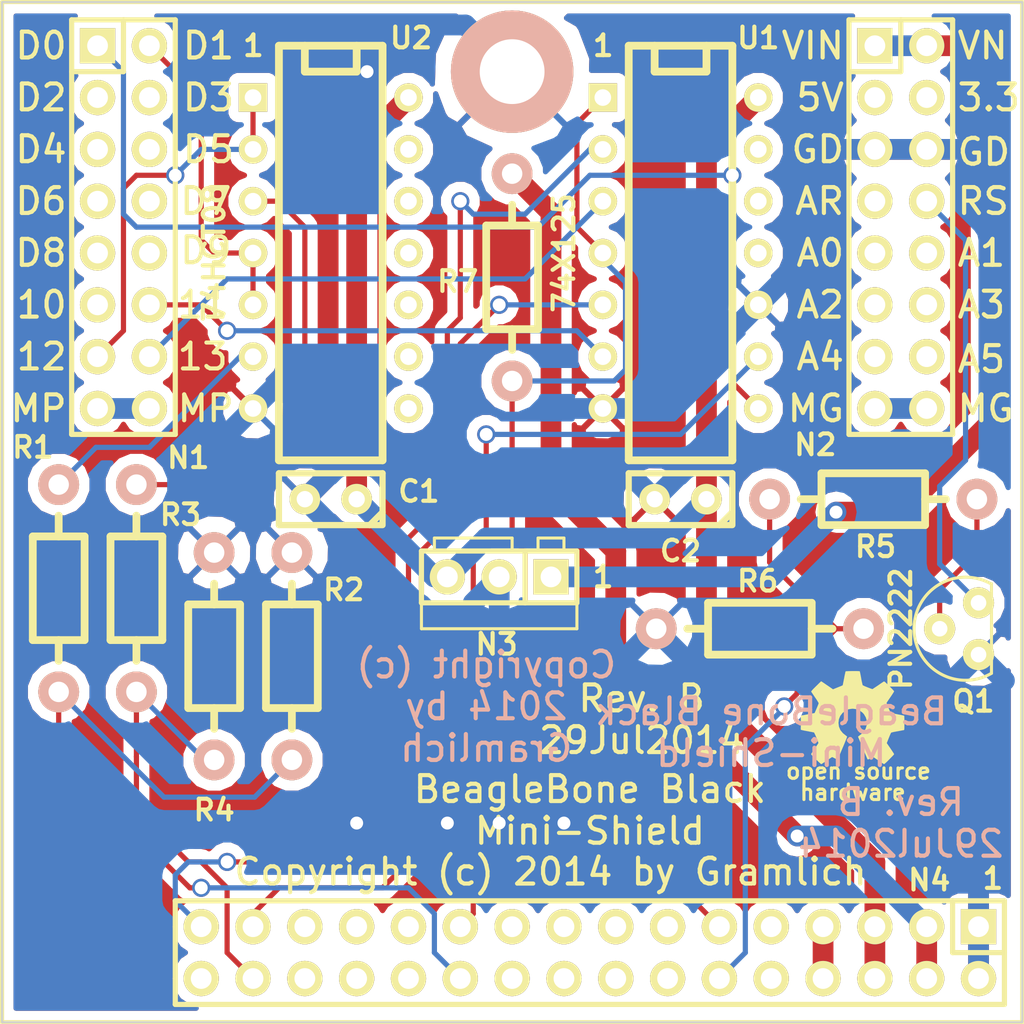
<source format=kicad_pcb>
(kicad_pcb (version 3) (host pcbnew "(2014-jan-25)-product")

  (general
    (links 50)
    (no_connects 0)
    (area 71.847163 103.168398 126.701602 153.371602)
    (thickness 1.6)
    (drawings 52)
    (tracks 208)
    (zones 0)
    (modules 18)
    (nets 59)
  )

  (page A4)
  (layers
    (15 F.Cu signal)
    (0 B.Cu signal)
    (16 B.Adhes user)
    (17 F.Adhes user)
    (18 B.Paste user)
    (19 F.Paste user)
    (20 B.SilkS user)
    (21 F.SilkS user)
    (22 B.Mask user)
    (23 F.Mask user)
    (24 Dwgs.User user)
    (25 Cmts.User user)
    (26 Eco1.User user)
    (27 Eco2.User user)
    (28 Edge.Cuts user)
  )

  (setup
    (last_trace_width 0.254)
    (user_trace_width 0.254)
    (user_trace_width 1.016)
    (trace_clearance 0.254)
    (zone_clearance 0.508)
    (zone_45_only no)
    (trace_min 0.254)
    (segment_width 0.2032)
    (edge_width 0.1)
    (via_size 0.889)
    (via_drill 0.635)
    (via_min_size 0.889)
    (via_min_drill 0.508)
    (uvia_size 0.508)
    (uvia_drill 0.127)
    (uvias_allowed no)
    (uvia_min_size 0.508)
    (uvia_min_drill 0.127)
    (pcb_text_width 0.3)
    (pcb_text_size 1.5 1.5)
    (mod_edge_width 0.15)
    (mod_text_size 1 1)
    (mod_text_width 0.15)
    (pad_size 6 6)
    (pad_drill 3.175)
    (pad_to_mask_clearance 0)
    (aux_axis_origin 0 0)
    (visible_elements 7FFEFFFF)
    (pcbplotparams
      (layerselection 284196865)
      (usegerberextensions true)
      (excludeedgelayer true)
      (linewidth 0.100000)
      (plotframeref false)
      (viasonmask false)
      (mode 1)
      (useauxorigin false)
      (hpglpennumber 1)
      (hpglpenspeed 20)
      (hpglpendiameter 15)
      (hpglpenoverlay 2)
      (psnegative false)
      (psa4output false)
      (plotreference true)
      (plotvalue false)
      (plotinvisibletext false)
      (padsonsilk false)
      (subtractmaskfromsilk false)
      (outputformat 1)
      (mirror false)
      (drillshape 0)
      (scaleselection 1)
      (outputdirectory ""))
  )

  (net 0 "")
  (net 1 /MPWR)
  (net 2 /VIN)
  (net 3 /MGND)
  (net 4 /D0)
  (net 5 /D1)
  (net 6 /D11)
  (net 7 /D12)
  (net 8 /D13)
  (net 9 /~RESET)
  (net 10 GND)
  (net 11 VCC)
  (net 12 "Net-(Q1-Pad2)")
  (net 13 /MISO_5V)
  (net 14 /TXD_5V)
  (net 15 "Net-(N4-Pad11)")
  (net 16 "Net-(N4-Pad12)")
  (net 17 "Net-(N4-Pad21)")
  (net 18 "Net-(N4-Pad22)")
  (net 19 "Net-(N4-Pad29)")
  (net 20 "Net-(N4-Pad30)")
  (net 21 "Net-(N4-Pad31)")
  (net 22 /BB_VDD3V3)
  (net 23 /BB_SYS5V)
  (net 24 /D2)
  (net 25 /D3)
  (net 26 /D4)
  (net 27 /D5)
  (net 28 /D6)
  (net 29 /D7)
  (net 30 /D8)
  (net 31 /D9)
  (net 32 /D10)
  (net 33 /5V)
  (net 34 /3V3)
  (net 35 /AREF)
  (net 36 /A0)
  (net 37 /A1)
  (net 38 /A2)
  (net 39 /A3)
  (net 40 /A4)
  (net 41 /A5)
  (net 42 "Net-(N4-Pad9)")
  (net 43 "Net-(N4-Pad10)")
  (net 44 "Net-(N4-Pad13)")
  (net 45 "Net-(N4-Pad14)")
  (net 46 "Net-(N4-Pad15)")
  (net 47 "Net-(N4-Pad16)")
  (net 48 "Net-(N4-Pad17)")
  (net 49 "Net-(N4-Pad18)")
  (net 50 "Net-(N4-Pad19)")
  (net 51 "Net-(N4-Pad20)")
  (net 52 "Net-(N4-Pad23)")
  (net 53 "Net-(N4-Pad24)")
  (net 54 "Net-(N4-Pad25)")
  (net 55 "Net-(N4-Pad26)")
  (net 56 "Net-(N4-Pad27)")
  (net 57 "Net-(N4-Pad28)")
  (net 58 "Net-(N4-Pad32)")

  (net_class Default "This is the default net class."
    (clearance 0.254)
    (trace_width 0.254)
    (via_dia 0.889)
    (via_drill 0.635)
    (uvia_dia 0.508)
    (uvia_drill 0.127)
    (add_net /3V3)
    (add_net /5V)
    (add_net /A0)
    (add_net /A1)
    (add_net /A2)
    (add_net /A3)
    (add_net /A4)
    (add_net /A5)
    (add_net /AREF)
    (add_net /D0)
    (add_net /D1)
    (add_net /D10)
    (add_net /D11)
    (add_net /D12)
    (add_net /D13)
    (add_net /D2)
    (add_net /D3)
    (add_net /D4)
    (add_net /D5)
    (add_net /D6)
    (add_net /D7)
    (add_net /D8)
    (add_net /D9)
    (add_net /MISO_5V)
    (add_net /TXD_5V)
    (add_net /~RESET)
    (add_net "Net-(N4-Pad10)")
    (add_net "Net-(N4-Pad11)")
    (add_net "Net-(N4-Pad12)")
    (add_net "Net-(N4-Pad13)")
    (add_net "Net-(N4-Pad14)")
    (add_net "Net-(N4-Pad15)")
    (add_net "Net-(N4-Pad16)")
    (add_net "Net-(N4-Pad17)")
    (add_net "Net-(N4-Pad18)")
    (add_net "Net-(N4-Pad19)")
    (add_net "Net-(N4-Pad20)")
    (add_net "Net-(N4-Pad21)")
    (add_net "Net-(N4-Pad22)")
    (add_net "Net-(N4-Pad23)")
    (add_net "Net-(N4-Pad24)")
    (add_net "Net-(N4-Pad25)")
    (add_net "Net-(N4-Pad26)")
    (add_net "Net-(N4-Pad27)")
    (add_net "Net-(N4-Pad28)")
    (add_net "Net-(N4-Pad29)")
    (add_net "Net-(N4-Pad30)")
    (add_net "Net-(N4-Pad31)")
    (add_net "Net-(N4-Pad32)")
    (add_net "Net-(N4-Pad9)")
    (add_net "Net-(Q1-Pad2)")
  )

  (net_class Power ""
    (clearance 0.254)
    (trace_width 1.016)
    (via_dia 0.889)
    (via_drill 0.635)
    (uvia_dia 0.508)
    (uvia_drill 0.127)
    (add_net /BB_SYS5V)
    (add_net /BB_VDD3V3)
    (add_net /MGND)
    (add_net /MPWR)
    (add_net /VIN)
    (add_net GND)
    (add_net VCC)
  )

  (module Mini_BeagleBone_Black_Rev_B:Capacitor3MMDiscRM2.5 (layer F.Cu) (tedit 53D7DC36) (tstamp 53D7DCA1)
    (at 92.71 127.635 180)
    (descr Capacitor3MMDiscRM2.5)
    (tags C)
    (path /53B9A91C)
    (fp_text reference C1 (at -4.318 0.381 180) (layer F.SilkS)
      (effects (font (size 1.016 1.016) (thickness 0.2032)))
    )
    (fp_text value .1uF (at 0 2.54 180) (layer F.SilkS) hide
      (effects (font (size 1.016 1.016) (thickness 0.2032)))
    )
    (fp_line (start -2.4892 -1.27) (end 2.54 -1.27) (layer F.SilkS) (width 0.3048))
    (fp_line (start 2.54 -1.27) (end 2.54 1.27) (layer F.SilkS) (width 0.3048))
    (fp_line (start 2.54 1.27) (end -2.54 1.27) (layer F.SilkS) (width 0.3048))
    (fp_line (start -2.54 1.27) (end -2.54 -1.27) (layer F.SilkS) (width 0.3048))
    (fp_line (start -2.54 -0.635) (end -1.905 -1.27) (layer F.SilkS) (width 0.3048))
    (pad 1 thru_hole circle (at -1.27 0 180) (size 1.50114 1.50114) (drill 0.8001) (layers *.Cu *.Mask F.SilkS)
      (net 11 VCC))
    (pad 2 thru_hole circle (at 1.27 0 180) (size 1.50114 1.50114) (drill 0.8001) (layers *.Cu *.Mask F.SilkS)
      (net 10 GND))
    (model discret/Capacitor/Capacitor3MMDiscRM2.5.wrl
      (at (xyz 0 0 0))
      (scale (xyz 1 1 1))
      (rotate (xyz 0 0 0))
    )
  )

  (module Mini_BeagleBone_Black_Rev_B:Capacitor3MMDiscRM2.5 (layer F.Cu) (tedit 53B9A7EC) (tstamp 53D7DCAB)
    (at 109.855 127.635 180)
    (descr Capacitor3MMDiscRM2.5)
    (tags C)
    (path /53B9A840)
    (fp_text reference C2 (at 0 -2.54 180) (layer F.SilkS)
      (effects (font (size 1.016 1.016) (thickness 0.2032)))
    )
    (fp_text value .1uF (at 0 2.54 180) (layer F.SilkS) hide
      (effects (font (size 1.016 1.016) (thickness 0.2032)))
    )
    (fp_line (start -2.4892 -1.27) (end 2.54 -1.27) (layer F.SilkS) (width 0.3048))
    (fp_line (start 2.54 -1.27) (end 2.54 1.27) (layer F.SilkS) (width 0.3048))
    (fp_line (start 2.54 1.27) (end -2.54 1.27) (layer F.SilkS) (width 0.3048))
    (fp_line (start -2.54 1.27) (end -2.54 -1.27) (layer F.SilkS) (width 0.3048))
    (fp_line (start -2.54 -0.635) (end -1.905 -1.27) (layer F.SilkS) (width 0.3048))
    (pad 1 thru_hole circle (at -1.27 0 180) (size 1.50114 1.50114) (drill 0.8001) (layers *.Cu *.Mask F.SilkS)
      (net 11 VCC))
    (pad 2 thru_hole circle (at 1.27 0 180) (size 1.50114 1.50114) (drill 0.8001) (layers *.Cu *.Mask F.SilkS)
      (net 10 GND))
    (model discret/Capacitor/Capacitor3MMDiscRM2.5.wrl
      (at (xyz 0 0 0))
      (scale (xyz 1 1 1))
      (rotate (xyz 0 0 0))
    )
  )

  (module Mini_BeagleBone_Black_Rev_B:OSHW_LOGO_200mil (layer F.Cu) (tedit 53D7DD5E) (tstamp 53D7DCB5)
    (at 118.2878 138.3411)
    (path /53AA4798)
    (fp_text reference G1 (at 1.7272 0.0889) (layer F.SilkS) hide
      (effects (font (size 0.23114 0.23114) (thickness 0.04572)))
    )
    (fp_text value OSHW_LOGO (at 0 -2.6924) (layer F.SilkS) hide
      (effects (font (size 0.23114 0.23114) (thickness 0.04572)))
    )
    (fp_poly (pts (xy -1.53924 2.28092) (xy -1.5113 2.26822) (xy -1.45288 2.23012) (xy -1.36906 2.17424)
      (xy -1.26746 2.10566) (xy -1.1684 2.03962) (xy -1.08458 1.98374) (xy -1.02616 1.94564)
      (xy -1.0033 1.93294) (xy -0.9906 1.93802) (xy -0.94234 1.96088) (xy -0.87122 1.99644)
      (xy -0.83312 2.01676) (xy -0.76708 2.0447) (xy -0.7366 2.04978) (xy -0.73152 2.04216)
      (xy -0.70866 1.9939) (xy -0.67056 1.91008) (xy -0.6223 1.80086) (xy -0.56896 1.67132)
      (xy -0.51054 1.53162) (xy -0.44958 1.38938) (xy -0.3937 1.25476) (xy -0.34544 1.13284)
      (xy -0.3048 1.03378) (xy -0.2794 0.9652) (xy -0.26924 0.93472) (xy -0.27178 0.92964)
      (xy -0.3048 0.89916) (xy -0.36068 0.85598) (xy -0.48006 0.75946) (xy -0.59944 0.61214)
      (xy -0.67056 0.44196) (xy -0.69342 0.25654) (xy -0.6731 0.08382) (xy -0.60706 -0.08128)
      (xy -0.49022 -0.23114) (xy -0.34798 -0.3429) (xy -0.18542 -0.41402) (xy 0 -0.43688)
      (xy 0.17526 -0.41656) (xy 0.34544 -0.35052) (xy 0.4953 -0.23622) (xy 0.5588 -0.16256)
      (xy 0.6477 -0.01016) (xy 0.69596 0.14986) (xy 0.70104 0.19304) (xy 0.69342 0.37084)
      (xy 0.64262 0.54102) (xy 0.5461 0.69342) (xy 0.41656 0.82042) (xy 0.40132 0.83058)
      (xy 0.34036 0.8763) (xy 0.29972 0.90678) (xy 0.2667 0.93472) (xy 0.4953 1.48082)
      (xy 0.53086 1.56718) (xy 0.59182 1.71704) (xy 0.6477 1.84658) (xy 0.69088 1.94818)
      (xy 0.72136 2.01676) (xy 0.73406 2.0447) (xy 0.7366 2.0447) (xy 0.75692 2.04978)
      (xy 0.79756 2.03454) (xy 0.87376 1.99644) (xy 0.92456 1.97104) (xy 0.98298 1.9431)
      (xy 1.00838 1.93294) (xy 1.03124 1.94564) (xy 1.08712 1.9812) (xy 1.1684 2.03454)
      (xy 1.26746 2.10058) (xy 1.3589 2.16408) (xy 1.44526 2.2225) (xy 1.50876 2.2606)
      (xy 1.5367 2.27838) (xy 1.54178 2.27838) (xy 1.56972 2.26314) (xy 1.61798 2.2225)
      (xy 1.69418 2.15138) (xy 1.79832 2.04724) (xy 1.81356 2.032) (xy 1.89992 1.9431)
      (xy 1.97104 1.86944) (xy 2.0193 1.8161) (xy 2.03454 1.79324) (xy 2.03454 1.79324)
      (xy 2.0193 1.76276) (xy 1.9812 1.7018) (xy 1.92278 1.6129) (xy 1.8542 1.5113)
      (xy 1.67386 1.24968) (xy 1.77292 1.00076) (xy 1.8034 0.92456) (xy 1.8415 0.83312)
      (xy 1.87198 0.76708) (xy 1.88722 0.73914) (xy 1.91262 0.72898) (xy 1.9812 0.7112)
      (xy 2.08026 0.69088) (xy 2.1971 0.67056) (xy 2.30886 0.65024) (xy 2.41046 0.62992)
      (xy 2.48412 0.61722) (xy 2.51714 0.6096) (xy 2.52476 0.60452) (xy 2.52984 0.58928)
      (xy 2.53492 0.55372) (xy 2.53746 0.49276) (xy 2.53746 0.39624) (xy 2.53746 0.25654)
      (xy 2.53746 0.2413) (xy 2.53746 0.10668) (xy 2.53492 0) (xy 2.53238 -0.06604)
      (xy 2.5273 -0.09398) (xy 2.5273 -0.09398) (xy 2.49428 -0.1016) (xy 2.42316 -0.11684)
      (xy 2.32156 -0.13716) (xy 2.20218 -0.16002) (xy 2.19456 -0.16256) (xy 2.07518 -0.18542)
      (xy 1.97358 -0.20574) (xy 1.90246 -0.22352) (xy 1.87198 -0.23114) (xy 1.8669 -0.2413)
      (xy 1.8415 -0.28702) (xy 1.80848 -0.36068) (xy 1.76784 -0.45212) (xy 1.72974 -0.5461)
      (xy 1.69418 -0.63246) (xy 1.67132 -0.69596) (xy 1.66624 -0.7239) (xy 1.66624 -0.7239)
      (xy 1.68402 -0.75438) (xy 1.72466 -0.81534) (xy 1.78308 -0.9017) (xy 1.8542 -1.0033)
      (xy 1.85928 -1.01092) (xy 1.92786 -1.11252) (xy 1.98374 -1.19888) (xy 2.02184 -1.25984)
      (xy 2.03454 -1.28778) (xy 2.03454 -1.29032) (xy 2.01168 -1.3208) (xy 1.96088 -1.37668)
      (xy 1.88722 -1.45542) (xy 1.79832 -1.54432) (xy 1.77038 -1.57226) (xy 1.67132 -1.66878)
      (xy 1.60274 -1.73228) (xy 1.55956 -1.7653) (xy 1.53924 -1.77292) (xy 1.53924 -1.77292)
      (xy 1.50876 -1.75514) (xy 1.44272 -1.71196) (xy 1.35636 -1.65354) (xy 1.25476 -1.58242)
      (xy 1.24714 -1.57734) (xy 1.14554 -1.50876) (xy 1.05918 -1.45288) (xy 1.00076 -1.41224)
      (xy 0.97282 -1.397) (xy 0.97028 -1.397) (xy 0.9271 -1.4097) (xy 0.85598 -1.4351)
      (xy 0.76708 -1.46812) (xy 0.6731 -1.50622) (xy 0.58674 -1.54178) (xy 0.52324 -1.57226)
      (xy 0.49276 -1.5875) (xy 0.49276 -1.59004) (xy 0.4826 -1.6256) (xy 0.46482 -1.7018)
      (xy 0.44196 -1.80594) (xy 0.4191 -1.9304) (xy 0.41656 -1.95072) (xy 0.3937 -2.07264)
      (xy 0.37338 -2.1717) (xy 0.35814 -2.24028) (xy 0.35306 -2.27076) (xy 0.33528 -2.2733)
      (xy 0.27432 -2.27838) (xy 0.18542 -2.28092) (xy 0.0762 -2.28092) (xy -0.0381 -2.28092)
      (xy -0.14986 -2.27838) (xy -0.24638 -2.27584) (xy -0.31496 -2.27076) (xy -0.3429 -2.26568)
      (xy -0.3429 -2.26314) (xy -0.3556 -2.22504) (xy -0.37084 -2.14884) (xy -0.3937 -2.0447)
      (xy -0.41656 -1.92024) (xy -0.42164 -1.89738) (xy -0.4445 -1.778) (xy -0.46482 -1.67894)
      (xy -0.47752 -1.61036) (xy -0.48514 -1.58242) (xy -0.49784 -1.57734) (xy -0.5461 -1.55448)
      (xy -0.62738 -1.52146) (xy -0.72898 -1.48082) (xy -0.96012 -1.38684) (xy -1.2446 -1.58242)
      (xy -1.27254 -1.6002) (xy -1.37414 -1.67132) (xy -1.45796 -1.7272) (xy -1.51638 -1.7653)
      (xy -1.54178 -1.778) (xy -1.54432 -1.778) (xy -1.57226 -1.7526) (xy -1.62814 -1.69926)
      (xy -1.70434 -1.62306) (xy -1.79578 -1.53416) (xy -1.86182 -1.46812) (xy -1.94056 -1.38938)
      (xy -1.98882 -1.3335) (xy -2.01676 -1.30048) (xy -2.02692 -1.28016) (xy -2.02438 -1.26492)
      (xy -2.0066 -1.23698) (xy -1.96342 -1.17348) (xy -1.905 -1.08712) (xy -1.83642 -0.98552)
      (xy -1.778 -0.9017) (xy -1.71704 -0.80518) (xy -1.6764 -0.7366) (xy -1.6637 -0.70358)
      (xy -1.66624 -0.69088) (xy -1.68656 -0.635) (xy -1.71958 -0.55118) (xy -1.76276 -0.44958)
      (xy -1.86182 -0.22352) (xy -2.00914 -0.19558) (xy -2.10058 -0.1778) (xy -2.22504 -0.15494)
      (xy -2.34442 -0.13208) (xy -2.53238 -0.09398) (xy -2.54 0.59182) (xy -2.50952 0.60452)
      (xy -2.48158 0.61214) (xy -2.413 0.62738) (xy -2.31394 0.6477) (xy -2.1971 0.66802)
      (xy -2.09804 0.68834) (xy -1.99644 0.70612) (xy -1.92532 0.72136) (xy -1.8923 0.72644)
      (xy -1.88468 0.73914) (xy -1.85928 0.7874) (xy -1.82372 0.8636) (xy -1.78308 0.95758)
      (xy -1.74498 1.0541) (xy -1.70942 1.143) (xy -1.68402 1.20904) (xy -1.67386 1.2446)
      (xy -1.6891 1.27254) (xy -1.7272 1.33096) (xy -1.78308 1.41478) (xy -1.84912 1.51384)
      (xy -1.9177 1.6129) (xy -1.97612 1.69926) (xy -2.01676 1.76022) (xy -2.032 1.78816)
      (xy -2.02438 1.80848) (xy -1.98374 1.85674) (xy -1.91008 1.93294) (xy -1.79832 2.0447)
      (xy -1.778 2.06248) (xy -1.6891 2.14884) (xy -1.61544 2.21742) (xy -1.5621 2.26314)
      (xy -1.53924 2.28092)) (layer F.SilkS) (width 0.00254))
  )

  (module Mini_BeagleBone_Black_Rev_B:MountingHole_3mm (layer F.Cu) (tedit 53C0C572) (tstamp 53D7DCB9)
    (at 101.6 106.68)
    (descr "Mounting hole, Befestigungsbohrung, 3mm, No Annular, Kein Restring,")
    (tags "Mounting hole, Befestigungsbohrung, 3mm, No Annular, Kein Restring,")
    (path /53AA33AA)
    (fp_text reference H1 (at 0 0) (layer F.SilkS)
      (effects (font (size 1.016 1.016) (thickness 0.2032)))
    )
    (fp_text value 3MM_HOLE (at 0 4.29) (layer F.SilkS) hide
      (effects (font (size 1.016 1.016) (thickness 0.2032)))
    )
    (fp_circle (center 0 0) (end 3 0) (layer Cmts.User) (width 0.381))
    (pad 1 thru_hole circle (at 0 0) (size 6 6) (drill 3.175) (layers *.Cu *.SilkS *.Mask)
      (net 10 GND))
  )

  (module Mini_BeagleBone_Black_Rev_B:Pin_Header_Straight_2x08 (layer F.Cu) (tedit 53D7DB9B) (tstamp 53D7DCBE)
    (at 82.55 114.3 270)
    (descr "1 pin")
    (tags "CONN DEV")
    (path /53A9D11F)
    (fp_text reference N1 (at 11.303 -3.175 360) (layer F.SilkS)
      (effects (font (size 1.016 1.016) (thickness 0.2032)))
    )
    (fp_text value MS_DATA_HEADER (at -0.04 3.84 270) (layer F.SilkS) hide
      (effects (font (size 1.016 1.016) (thickness 0.2032)))
    )
    (fp_line (start 10.16 -2.54) (end -10.16 -2.54) (layer F.SilkS) (width 0.254))
    (fp_line (start -7.62 2.54) (end 10.16 2.54) (layer F.SilkS) (width 0.254))
    (fp_line (start 10.16 -2.54) (end 10.16 2.54) (layer F.SilkS) (width 0.254))
    (fp_line (start -10.16 -2.54) (end -10.16 0) (layer F.SilkS) (width 0.254))
    (fp_line (start -10.16 2.54) (end -7.62 2.54) (layer F.SilkS) (width 0.254))
    (fp_line (start -10.16 0) (end -7.62 0) (layer F.SilkS) (width 0.254))
    (fp_line (start -7.62 0) (end -7.62 2.54) (layer F.SilkS) (width 0.254))
    (fp_line (start -10.16 2.54) (end -10.16 0) (layer F.SilkS) (width 0.254))
    (pad 1 thru_hole rect (at -8.89 1.27 270) (size 1.7272 1.7272) (drill 1.016) (layers *.Cu *.Mask F.SilkS)
      (net 4 /D0))
    (pad 2 thru_hole oval (at -8.89 -1.27 270) (size 1.7272 1.7272) (drill 1.016) (layers *.Cu *.Mask F.SilkS)
      (net 5 /D1))
    (pad 3 thru_hole oval (at -6.35 1.27 270) (size 1.7272 1.7272) (drill 1.016) (layers *.Cu *.Mask F.SilkS)
      (net 24 /D2))
    (pad 4 thru_hole oval (at -6.35 -1.27 270) (size 1.7272 1.7272) (drill 1.016) (layers *.Cu *.Mask F.SilkS)
      (net 25 /D3))
    (pad 5 thru_hole oval (at -3.81 1.27 270) (size 1.7272 1.7272) (drill 1.016) (layers *.Cu *.Mask F.SilkS)
      (net 26 /D4))
    (pad 6 thru_hole oval (at -3.81 -1.27 270) (size 1.7272 1.7272) (drill 1.016) (layers *.Cu *.Mask F.SilkS)
      (net 27 /D5))
    (pad 7 thru_hole oval (at -1.27 1.27 270) (size 1.7272 1.7272) (drill 1.016) (layers *.Cu *.Mask F.SilkS)
      (net 28 /D6))
    (pad 8 thru_hole oval (at -1.27 -1.27 270) (size 1.7272 1.7272) (drill 1.016) (layers *.Cu *.Mask F.SilkS)
      (net 29 /D7))
    (pad 9 thru_hole oval (at 1.27 1.27 270) (size 1.7272 1.7272) (drill 1.016) (layers *.Cu *.Mask F.SilkS)
      (net 30 /D8))
    (pad 10 thru_hole oval (at 1.27 -1.27 270) (size 1.7272 1.7272) (drill 1.016) (layers *.Cu *.Mask F.SilkS)
      (net 31 /D9))
    (pad 11 thru_hole oval (at 3.81 1.27 270) (size 1.7272 1.7272) (drill 1.016) (layers *.Cu *.Mask F.SilkS)
      (net 32 /D10))
    (pad 12 thru_hole oval (at 3.81 -1.27 270) (size 1.7272 1.7272) (drill 1.016) (layers *.Cu *.Mask F.SilkS)
      (net 6 /D11))
    (pad 13 thru_hole oval (at 6.35 1.27 270) (size 1.7272 1.7272) (drill 1.016) (layers *.Cu *.Mask F.SilkS)
      (net 7 /D12))
    (pad 14 thru_hole oval (at 6.35 -1.27 270) (size 1.7272 1.7272) (drill 1.016) (layers *.Cu *.Mask F.SilkS)
      (net 8 /D13))
    (pad 15 thru_hole oval (at 8.89 1.27 270) (size 1.7272 1.7272) (drill 1.016) (layers *.Cu *.Mask F.SilkS)
      (net 1 /MPWR))
    (pad 16 thru_hole oval (at 8.89 -1.27 270) (size 1.7272 1.7272) (drill 1.016) (layers *.Cu *.Mask F.SilkS)
      (net 1 /MPWR))
    (model Pin_Headers/Pin_Header_Straight_2x08.wrl
      (at (xyz 0 0 0))
      (scale (xyz 1 1 1))
      (rotate (xyz 0 0 0))
    )
  )

  (module Mini_BeagleBone_Black_Rev_B:Pin_Header_Straight_2x08 (layer F.Cu) (tedit 53D7DBFD) (tstamp 53D7DCD9)
    (at 120.65 114.3 270)
    (descr "1 pin")
    (tags "CONN DEV")
    (path /53A9D139)
    (fp_text reference N2 (at 10.668 4.191 360) (layer F.SilkS)
      (effects (font (size 1.016 1.016) (thickness 0.2032)))
    )
    (fp_text value MS_PWR_HEADER (at -0.04 3.84 270) (layer F.SilkS) hide
      (effects (font (size 1.016 1.016) (thickness 0.2032)))
    )
    (fp_line (start 10.16 -2.54) (end -10.16 -2.54) (layer F.SilkS) (width 0.254))
    (fp_line (start -7.62 2.54) (end 10.16 2.54) (layer F.SilkS) (width 0.254))
    (fp_line (start 10.16 -2.54) (end 10.16 2.54) (layer F.SilkS) (width 0.254))
    (fp_line (start -10.16 -2.54) (end -10.16 0) (layer F.SilkS) (width 0.254))
    (fp_line (start -10.16 2.54) (end -7.62 2.54) (layer F.SilkS) (width 0.254))
    (fp_line (start -10.16 0) (end -7.62 0) (layer F.SilkS) (width 0.254))
    (fp_line (start -7.62 0) (end -7.62 2.54) (layer F.SilkS) (width 0.254))
    (fp_line (start -10.16 2.54) (end -10.16 0) (layer F.SilkS) (width 0.254))
    (pad 1 thru_hole rect (at -8.89 1.27 270) (size 1.7272 1.7272) (drill 1.016) (layers *.Cu *.Mask F.SilkS)
      (net 2 /VIN))
    (pad 2 thru_hole oval (at -8.89 -1.27 270) (size 1.7272 1.7272) (drill 1.016) (layers *.Cu *.Mask F.SilkS)
      (net 2 /VIN))
    (pad 3 thru_hole oval (at -6.35 1.27 270) (size 1.7272 1.7272) (drill 1.016) (layers *.Cu *.Mask F.SilkS)
      (net 33 /5V))
    (pad 4 thru_hole oval (at -6.35 -1.27 270) (size 1.7272 1.7272) (drill 1.016) (layers *.Cu *.Mask F.SilkS)
      (net 34 /3V3))
    (pad 5 thru_hole oval (at -3.81 1.27 270) (size 1.7272 1.7272) (drill 1.016) (layers *.Cu *.Mask F.SilkS)
      (net 10 GND))
    (pad 6 thru_hole oval (at -3.81 -1.27 270) (size 1.7272 1.7272) (drill 1.016) (layers *.Cu *.Mask F.SilkS)
      (net 10 GND))
    (pad 7 thru_hole oval (at -1.27 1.27 270) (size 1.7272 1.7272) (drill 1.016) (layers *.Cu *.Mask F.SilkS)
      (net 35 /AREF))
    (pad 8 thru_hole oval (at -1.27 -1.27 270) (size 1.7272 1.7272) (drill 1.016) (layers *.Cu *.Mask F.SilkS)
      (net 9 /~RESET))
    (pad 9 thru_hole oval (at 1.27 1.27 270) (size 1.7272 1.7272) (drill 1.016) (layers *.Cu *.Mask F.SilkS)
      (net 36 /A0))
    (pad 10 thru_hole oval (at 1.27 -1.27 270) (size 1.7272 1.7272) (drill 1.016) (layers *.Cu *.Mask F.SilkS)
      (net 37 /A1))
    (pad 11 thru_hole oval (at 3.81 1.27 270) (size 1.7272 1.7272) (drill 1.016) (layers *.Cu *.Mask F.SilkS)
      (net 38 /A2))
    (pad 12 thru_hole oval (at 3.81 -1.27 270) (size 1.7272 1.7272) (drill 1.016) (layers *.Cu *.Mask F.SilkS)
      (net 39 /A3))
    (pad 13 thru_hole oval (at 6.35 1.27 270) (size 1.7272 1.7272) (drill 1.016) (layers *.Cu *.Mask F.SilkS)
      (net 40 /A4))
    (pad 14 thru_hole oval (at 6.35 -1.27 270) (size 1.7272 1.7272) (drill 1.016) (layers *.Cu *.Mask F.SilkS)
      (net 41 /A5))
    (pad 15 thru_hole oval (at 8.89 1.27 270) (size 1.7272 1.7272) (drill 1.016) (layers *.Cu *.Mask F.SilkS)
      (net 3 /MGND))
    (pad 16 thru_hole oval (at 8.89 -1.27 270) (size 1.7272 1.7272) (drill 1.016) (layers *.Cu *.Mask F.SilkS)
      (net 3 /MGND))
    (model Pin_Headers/Pin_Header_Straight_2x08.wrl
      (at (xyz 0 0 0))
      (scale (xyz 1 1 1))
      (rotate (xyz 0 0 0))
    )
  )

  (module Mini_BeagleBone_Black_Rev_B:OKI_DC_TO_DC_CONNECTOR (layer F.Cu) (tedit 53C0BA77) (tstamp 53D7DCF4)
    (at 100.965 131.445 180)
    (descr "1 pin")
    (tags "CONN DEV")
    (path /53B86AF3)
    (fp_text reference N3 (at 0.127 -3.302 180) (layer F.SilkS)
      (effects (font (size 1.016 1.016) (thickness 0.2032)))
    )
    (fp_text value OKI-78SR-5/1.5-W36-C (at 0 2.54 180) (layer F.SilkS) hide
      (effects (font (size 1.016 1.016) (thickness 0.2032)))
    )
    (fp_line (start -1.905 1.27) (end -1.905 1.905) (layer F.SilkS) (width 0.15))
    (fp_line (start -1.905 1.905) (end -3.175 1.905) (layer F.SilkS) (width 0.15))
    (fp_line (start -3.175 1.905) (end -3.175 1.27) (layer F.SilkS) (width 0.15))
    (fp_line (start 3.175 1.27) (end 3.175 1.905) (layer F.SilkS) (width 0.15))
    (fp_line (start 3.175 1.905) (end -0.635 1.905) (layer F.SilkS) (width 0.15))
    (fp_line (start -0.635 1.905) (end -0.635 1.27) (layer F.SilkS) (width 0.15))
    (fp_line (start -3.81 -1.27) (end -3.81 -2.54) (layer F.SilkS) (width 0.15))
    (fp_line (start -3.81 -2.54) (end 3.81 -2.54) (layer F.SilkS) (width 0.15))
    (fp_line (start 3.81 -2.54) (end 3.81 -1.27) (layer F.SilkS) (width 0.15))
    (fp_line (start -1.27 1.27) (end 3.81 1.27) (layer F.SilkS) (width 0.254))
    (fp_line (start 3.81 1.27) (end 3.81 -1.27) (layer F.SilkS) (width 0.254))
    (fp_line (start 3.81 -1.27) (end -1.27 -1.27) (layer F.SilkS) (width 0.254))
    (fp_line (start -3.81 -1.27) (end -1.27 -1.27) (layer F.SilkS) (width 0.254))
    (fp_line (start -1.27 -1.27) (end -1.27 1.27) (layer F.SilkS) (width 0.254))
    (fp_line (start -3.81 -1.27) (end -3.81 1.27) (layer F.SilkS) (width 0.254))
    (fp_line (start -3.81 1.27) (end -1.27 1.27) (layer F.SilkS) (width 0.254))
    (pad 1 thru_hole rect (at -2.54 0 180) (size 1.7272 1.7272) (drill 1.016) (layers *.Cu *.Mask F.SilkS)
      (net 2 /VIN))
    (pad 2 thru_hole circle (at 0 0 180) (size 1.7272 1.7272) (drill 1.016) (layers *.Cu *.Mask F.SilkS)
      (net 10 GND))
    (pad 3 thru_hole circle (at 2.54 0 180) (size 1.7272 1.7272) (drill 1.016) (layers *.Cu *.Mask F.SilkS)
      (net 11 VCC))
    (model Pin_Headers/Pin_Header_Straight_1x03.wrl
      (at (xyz 0 0 0))
      (scale (xyz 1 1 1))
      (rotate (xyz 0 0 0))
    )
  )

  (module Mini_BeagleBone_Black_Rev_B:Pin_Header_Straight_2x16 (layer F.Cu) (tedit 53D7DBB7) (tstamp 53D7DD0A)
    (at 105.41 149.86 180)
    (descr "1 pin")
    (tags "CONN DEV")
    (path /53B9E73A)
    (fp_text reference N4 (at -16.637 3.556 180) (layer F.SilkS)
      (effects (font (size 1.016 1.016) (thickness 0.2032)))
    )
    (fp_text value BBB_P9_HEADER (at 0 3.81 180) (layer F.SilkS) hide
      (effects (font (size 1.016 1.016) (thickness 0.2032)))
    )
    (fp_line (start 20.32 -2.54) (end -20.32 -2.54) (layer F.SilkS) (width 0.254))
    (fp_line (start -17.78 2.54) (end 20.32 2.54) (layer F.SilkS) (width 0.254))
    (fp_line (start 20.32 -2.54) (end 20.32 2.54) (layer F.SilkS) (width 0.254))
    (fp_line (start -20.32 -2.54) (end -20.32 0) (layer F.SilkS) (width 0.254))
    (fp_line (start -20.32 2.54) (end -17.78 2.54) (layer F.SilkS) (width 0.254))
    (fp_line (start -20.32 0) (end -17.78 0) (layer F.SilkS) (width 0.254))
    (fp_line (start -17.78 0) (end -17.78 2.54) (layer F.SilkS) (width 0.254))
    (fp_line (start -20.32 2.54) (end -20.32 0) (layer F.SilkS) (width 0.254))
    (pad 1 thru_hole rect (at -19.05 1.27 180) (size 1.7272 1.7272) (drill 1.016) (layers *.Cu *.Mask F.SilkS)
      (net 10 GND))
    (pad 2 thru_hole oval (at -19.05 -1.27 180) (size 1.7272 1.7272) (drill 1.016) (layers *.Cu *.Mask F.SilkS)
      (net 10 GND))
    (pad 3 thru_hole oval (at -16.51 1.27 180) (size 1.7272 1.7272) (drill 1.016) (layers *.Cu *.Mask F.SilkS)
      (net 22 /BB_VDD3V3))
    (pad 4 thru_hole oval (at -16.51 -1.27 180) (size 1.7272 1.7272) (drill 1.016) (layers *.Cu *.Mask F.SilkS)
      (net 22 /BB_VDD3V3))
    (pad 5 thru_hole oval (at -13.97 1.27 180) (size 1.7272 1.7272) (drill 1.016) (layers *.Cu *.Mask F.SilkS)
      (net 11 VCC))
    (pad 6 thru_hole oval (at -13.97 -1.27 180) (size 1.7272 1.7272) (drill 1.016) (layers *.Cu *.Mask F.SilkS)
      (net 11 VCC))
    (pad 7 thru_hole oval (at -11.43 1.27 180) (size 1.7272 1.7272) (drill 1.016) (layers *.Cu *.Mask F.SilkS)
      (net 23 /BB_SYS5V))
    (pad 8 thru_hole oval (at -11.43 -1.27 180) (size 1.7272 1.7272) (drill 1.016) (layers *.Cu *.Mask F.SilkS)
      (net 23 /BB_SYS5V))
    (pad 9 thru_hole oval (at -8.89 1.27 180) (size 1.7272 1.7272) (drill 1.016) (layers *.Cu *.Mask F.SilkS)
      (net 42 "Net-(N4-Pad9)"))
    (pad 10 thru_hole oval (at -8.89 -1.27 180) (size 1.7272 1.7272) (drill 1.016) (layers *.Cu *.Mask F.SilkS)
      (net 43 "Net-(N4-Pad10)"))
    (pad 11 thru_hole oval (at -6.35 1.27 180) (size 1.7272 1.7272) (drill 1.016) (layers *.Cu *.Mask F.SilkS)
      (net 15 "Net-(N4-Pad11)"))
    (pad 12 thru_hole oval (at -6.35 -1.27 180) (size 1.7272 1.7272) (drill 1.016) (layers *.Cu *.Mask F.SilkS)
      (net 16 "Net-(N4-Pad12)"))
    (pad 13 thru_hole oval (at -3.81 1.27 180) (size 1.7272 1.7272) (drill 1.016) (layers *.Cu *.Mask F.SilkS)
      (net 44 "Net-(N4-Pad13)"))
    (pad 14 thru_hole oval (at -3.81 -1.27 180) (size 1.7272 1.7272) (drill 1.016) (layers *.Cu *.Mask F.SilkS)
      (net 45 "Net-(N4-Pad14)"))
    (pad 15 thru_hole oval (at -1.27 1.27 180) (size 1.7272 1.7272) (drill 1.016) (layers *.Cu *.Mask F.SilkS)
      (net 46 "Net-(N4-Pad15)"))
    (pad 16 thru_hole oval (at -1.27 -1.27 180) (size 1.7272 1.7272) (drill 1.016) (layers *.Cu *.Mask F.SilkS)
      (net 47 "Net-(N4-Pad16)"))
    (pad 17 thru_hole oval (at 1.27 1.27 180) (size 1.7272 1.7272) (drill 1.016) (layers *.Cu *.Mask F.SilkS)
      (net 48 "Net-(N4-Pad17)"))
    (pad 18 thru_hole oval (at 1.27 -1.27 180) (size 1.7272 1.7272) (drill 1.016) (layers *.Cu *.Mask F.SilkS)
      (net 49 "Net-(N4-Pad18)"))
    (pad 19 thru_hole oval (at 3.81 1.27 180) (size 1.7272 1.7272) (drill 1.016) (layers *.Cu *.Mask F.SilkS)
      (net 50 "Net-(N4-Pad19)"))
    (pad 20 thru_hole oval (at 3.81 -1.27 180) (size 1.7272 1.7272) (drill 1.016) (layers *.Cu *.Mask F.SilkS)
      (net 51 "Net-(N4-Pad20)"))
    (pad 21 thru_hole oval (at 6.35 1.27 180) (size 1.7272 1.7272) (drill 1.016) (layers *.Cu *.Mask F.SilkS)
      (net 17 "Net-(N4-Pad21)"))
    (pad 22 thru_hole oval (at 6.35 -1.27 180) (size 1.7272 1.7272) (drill 1.016) (layers *.Cu *.Mask F.SilkS)
      (net 18 "Net-(N4-Pad22)"))
    (pad 23 thru_hole oval (at 8.89 1.27 180) (size 1.7272 1.7272) (drill 1.016) (layers *.Cu *.Mask F.SilkS)
      (net 52 "Net-(N4-Pad23)"))
    (pad 24 thru_hole oval (at 8.89 -1.27 180) (size 1.7272 1.7272) (drill 1.016) (layers *.Cu *.Mask F.SilkS)
      (net 53 "Net-(N4-Pad24)"))
    (pad 25 thru_hole oval (at 11.43 1.27 180) (size 1.7272 1.7272) (drill 1.016) (layers *.Cu *.Mask F.SilkS)
      (net 54 "Net-(N4-Pad25)"))
    (pad 26 thru_hole oval (at 11.43 -1.27 180) (size 1.7272 1.7272) (drill 1.016) (layers *.Cu *.Mask F.SilkS)
      (net 55 "Net-(N4-Pad26)"))
    (pad 27 thru_hole oval (at 13.97 1.27 180) (size 1.7272 1.7272) (drill 1.016) (layers *.Cu *.Mask F.SilkS)
      (net 56 "Net-(N4-Pad27)"))
    (pad 28 thru_hole oval (at 13.97 -1.27 180) (size 1.7272 1.7272) (drill 1.016) (layers *.Cu *.Mask F.SilkS)
      (net 57 "Net-(N4-Pad28)"))
    (pad 29 thru_hole oval (at 16.51 1.27 180) (size 1.7272 1.7272) (drill 1.016) (layers *.Cu *.Mask F.SilkS)
      (net 19 "Net-(N4-Pad29)"))
    (pad 30 thru_hole oval (at 16.51 -1.27 180) (size 1.7272 1.7272) (drill 1.016) (layers *.Cu *.Mask F.SilkS)
      (net 20 "Net-(N4-Pad30)"))
    (pad 31 thru_hole oval (at 19.05 1.27 180) (size 1.7272 1.7272) (drill 1.016) (layers *.Cu *.Mask F.SilkS)
      (net 21 "Net-(N4-Pad31)"))
    (pad 32 thru_hole oval (at 19.05 -1.27 180) (size 1.7272 1.7272) (drill 1.016) (layers *.Cu *.Mask F.SilkS)
      (net 58 "Net-(N4-Pad32)"))
    (model Pin_Headers/Pin_Header_Straight_2x16.wrl
      (at (xyz 0 0 0))
      (scale (xyz 1 1 1))
      (rotate (xyz 0 0 0))
    )
  )

  (module Mini_BeagleBone_Black_Rev_B:TO92_123 (layer F.Cu) (tedit 53D7DBC3) (tstamp 53D7DD35)
    (at 123.825 133.985 90)
    (path /53B96745)
    (fp_text reference Q1 (at -3.556 0.381 180) (layer F.SilkS)
      (effects (font (size 1.016 1.016) (thickness 0.2032)))
    )
    (fp_text value PN2222 (at 0 -3.175 90) (layer F.SilkS)
      (effects (font (size 1.016 1.016) (thickness 0.2032)))
    )
    (fp_arc (start 0 0) (end -2.1844 1.27) (angle 240) (layer F.SilkS) (width 0.15))
    (fp_line (start -2.1844 1.27) (end 2.2098 1.27) (layer F.SilkS) (width 0.15))
    (pad 1 thru_hole circle (at -1.27 0.635 90) (size 1.524 1.524) (drill 0.762) (layers *.Cu *.Mask F.SilkS)
      (net 10 GND))
    (pad 2 thru_hole circle (at 0 -1.27 90) (size 1.524 1.524) (drill 0.762) (layers *.Cu *.Mask F.SilkS)
      (net 12 "Net-(Q1-Pad2)"))
    (pad 3 thru_hole circle (at 1.27 0.635 90) (size 1.524 1.524) (drill 0.762) (layers *.Cu *.Mask F.SilkS)
      (net 9 /~RESET))
  )

  (module Mini_BeagleBone_Black_Rev_B:Resistor_Horizontal_RM10mm (layer F.Cu) (tedit 53D7DBA2) (tstamp 53D7DD3D)
    (at 79.375 132.08 90)
    (descr "Resistor, Axial,  RM 10mm, 1/3W,")
    (tags "Resistor, Axial, RM 10mm, 1/3W,")
    (path /53B96E2E)
    (fp_text reference R1 (at 6.985 -1.27 180) (layer F.SilkS)
      (effects (font (size 1.016 1.016) (thickness 0.2032)))
    )
    (fp_text value "2K2 1%" (at -0.02 2.47 90) (layer F.SilkS) hide
      (effects (font (size 1.016 1.016) (thickness 0.2032)))
    )
    (fp_line (start -2.46126 0) (end -3.47726 0) (layer F.SilkS) (width 0.381))
    (fp_line (start 2.61874 0) (end 3.63474 0) (layer F.SilkS) (width 0.381))
    (fp_line (start -2.46126 -1.27) (end 2.61874 -1.27) (layer F.SilkS) (width 0.381))
    (fp_line (start 2.61874 -1.27) (end 2.61874 1.27) (layer F.SilkS) (width 0.381))
    (fp_line (start 2.61874 1.27) (end -2.46126 1.27) (layer F.SilkS) (width 0.381))
    (fp_line (start -2.46126 1.27) (end -2.46126 -1.27) (layer F.SilkS) (width 0.381))
    (pad 1 thru_hole circle (at -5.00126 0 90) (size 1.99898 1.99898) (drill 1.00076) (layers *.Cu *.SilkS *.Mask)
      (net 18 "Net-(N4-Pad22)"))
    (pad 2 thru_hole circle (at 5.15874 0 90) (size 1.99898 1.99898) (drill 1.00076) (layers *.Cu *.SilkS *.Mask)
      (net 14 /TXD_5V))
  )

  (module Mini_BeagleBone_Black_Rev_B:Resistor_Horizontal_RM10mm (layer F.Cu) (tedit 53D7DCDF) (tstamp 53D7DD48)
    (at 90.805 135.255 270)
    (descr "Resistor, Axial,  RM 10mm, 1/3W,")
    (tags "Resistor, Axial, RM 10mm, 1/3W,")
    (path /53B96E94)
    (fp_text reference R2 (at -3.175 -2.54 360) (layer F.SilkS)
      (effects (font (size 1.016 1.016) (thickness 0.2032)))
    )
    (fp_text value "3K3 1%" (at -0.02 2.47 270) (layer F.SilkS) hide
      (effects (font (size 1.016 1.016) (thickness 0.2032)))
    )
    (fp_line (start -2.46126 0) (end -3.47726 0) (layer F.SilkS) (width 0.381))
    (fp_line (start 2.61874 0) (end 3.63474 0) (layer F.SilkS) (width 0.381))
    (fp_line (start -2.46126 -1.27) (end 2.61874 -1.27) (layer F.SilkS) (width 0.381))
    (fp_line (start 2.61874 -1.27) (end 2.61874 1.27) (layer F.SilkS) (width 0.381))
    (fp_line (start 2.61874 1.27) (end -2.46126 1.27) (layer F.SilkS) (width 0.381))
    (fp_line (start -2.46126 1.27) (end -2.46126 -1.27) (layer F.SilkS) (width 0.381))
    (pad 1 thru_hole circle (at -5.00126 0 270) (size 1.99898 1.99898) (drill 1.00076) (layers *.Cu *.SilkS *.Mask)
      (net 10 GND))
    (pad 2 thru_hole circle (at 5.15874 0 270) (size 1.99898 1.99898) (drill 1.00076) (layers *.Cu *.SilkS *.Mask)
      (net 18 "Net-(N4-Pad22)"))
  )

  (module Mini_BeagleBone_Black_Rev_B:Resistor_Horizontal_RM10mm (layer F.Cu) (tedit 53D7DBAD) (tstamp 53D7DD53)
    (at 83.185 132.08 90)
    (descr "Resistor, Axial,  RM 10mm, 1/3W,")
    (tags "Resistor, Axial, RM 10mm, 1/3W,")
    (path /53B9742E)
    (fp_text reference R3 (at 3.683 2.159 180) (layer F.SilkS)
      (effects (font (size 1.016 1.016) (thickness 0.2032)))
    )
    (fp_text value "2K2 1%" (at -0.02 2.47 90) (layer F.SilkS) hide
      (effects (font (size 1.016 1.016) (thickness 0.2032)))
    )
    (fp_line (start -2.46126 0) (end -3.47726 0) (layer F.SilkS) (width 0.381))
    (fp_line (start 2.61874 0) (end 3.63474 0) (layer F.SilkS) (width 0.381))
    (fp_line (start -2.46126 -1.27) (end 2.61874 -1.27) (layer F.SilkS) (width 0.381))
    (fp_line (start 2.61874 -1.27) (end 2.61874 1.27) (layer F.SilkS) (width 0.381))
    (fp_line (start 2.61874 1.27) (end -2.46126 1.27) (layer F.SilkS) (width 0.381))
    (fp_line (start -2.46126 1.27) (end -2.46126 -1.27) (layer F.SilkS) (width 0.381))
    (pad 1 thru_hole circle (at -5.00126 0 90) (size 1.99898 1.99898) (drill 1.00076) (layers *.Cu *.SilkS *.Mask)
      (net 20 "Net-(N4-Pad30)"))
    (pad 2 thru_hole circle (at 5.15874 0 90) (size 1.99898 1.99898) (drill 1.00076) (layers *.Cu *.SilkS *.Mask)
      (net 13 /MISO_5V))
  )

  (module Mini_BeagleBone_Black_Rev_B:Resistor_Horizontal_RM10mm (layer F.Cu) (tedit 53D7DD1F) (tstamp 53D7DD5E)
    (at 86.995 135.255 270)
    (descr "Resistor, Axial,  RM 10mm, 1/3W,")
    (tags "Resistor, Axial, RM 10mm, 1/3W,")
    (path /53B97478)
    (fp_text reference R4 (at 7.62 0 360) (layer F.SilkS)
      (effects (font (size 1.016 1.016) (thickness 0.2032)))
    )
    (fp_text value "3K3 1%" (at -0.02 2.47 270) (layer F.SilkS) hide
      (effects (font (size 1.016 1.016) (thickness 0.2032)))
    )
    (fp_line (start -2.46126 0) (end -3.47726 0) (layer F.SilkS) (width 0.381))
    (fp_line (start 2.61874 0) (end 3.63474 0) (layer F.SilkS) (width 0.381))
    (fp_line (start -2.46126 -1.27) (end 2.61874 -1.27) (layer F.SilkS) (width 0.381))
    (fp_line (start 2.61874 -1.27) (end 2.61874 1.27) (layer F.SilkS) (width 0.381))
    (fp_line (start 2.61874 1.27) (end -2.46126 1.27) (layer F.SilkS) (width 0.381))
    (fp_line (start -2.46126 1.27) (end -2.46126 -1.27) (layer F.SilkS) (width 0.381))
    (pad 1 thru_hole circle (at -5.00126 0 270) (size 1.99898 1.99898) (drill 1.00076) (layers *.Cu *.SilkS *.Mask)
      (net 10 GND))
    (pad 2 thru_hole circle (at 5.15874 0 270) (size 1.99898 1.99898) (drill 1.00076) (layers *.Cu *.SilkS *.Mask)
      (net 20 "Net-(N4-Pad30)"))
  )

  (module Mini_BeagleBone_Black_Rev_B:Resistor_Horizontal_RM10mm (layer F.Cu) (tedit 53B99C12) (tstamp 53D7DD69)
    (at 119.38 127.635 180)
    (descr "Resistor, Axial,  RM 10mm, 1/3W,")
    (tags "Resistor, Axial, RM 10mm, 1/3W,")
    (path /53B96ADC)
    (fp_text reference R5 (at -0.03 -2.33 180) (layer F.SilkS)
      (effects (font (size 1.016 1.016) (thickness 0.2032)))
    )
    (fp_text value 470 (at -0.02 2.47 180) (layer F.SilkS) hide
      (effects (font (size 1.016 1.016) (thickness 0.2032)))
    )
    (fp_line (start -2.46126 0) (end -3.47726 0) (layer F.SilkS) (width 0.381))
    (fp_line (start 2.61874 0) (end 3.63474 0) (layer F.SilkS) (width 0.381))
    (fp_line (start -2.46126 -1.27) (end 2.61874 -1.27) (layer F.SilkS) (width 0.381))
    (fp_line (start 2.61874 -1.27) (end 2.61874 1.27) (layer F.SilkS) (width 0.381))
    (fp_line (start 2.61874 1.27) (end -2.46126 1.27) (layer F.SilkS) (width 0.381))
    (fp_line (start -2.46126 1.27) (end -2.46126 -1.27) (layer F.SilkS) (width 0.381))
    (pad 1 thru_hole circle (at -5.00126 0 180) (size 1.99898 1.99898) (drill 1.00076) (layers *.Cu *.SilkS *.Mask)
      (net 12 "Net-(Q1-Pad2)"))
    (pad 2 thru_hole circle (at 5.15874 0 180) (size 1.99898 1.99898) (drill 1.00076) (layers *.Cu *.SilkS *.Mask)
      (net 16 "Net-(N4-Pad12)"))
  )

  (module Mini_BeagleBone_Black_Rev_B:Resistor_Horizontal_RM10mm (layer F.Cu) (tedit 53B99C12) (tstamp 53D7DD74)
    (at 113.665 133.985)
    (descr "Resistor, Axial,  RM 10mm, 1/3W,")
    (tags "Resistor, Axial, RM 10mm, 1/3W,")
    (path /53B96B11)
    (fp_text reference R6 (at -0.03 -2.33) (layer F.SilkS)
      (effects (font (size 1.016 1.016) (thickness 0.2032)))
    )
    (fp_text value 10K (at -0.02 2.47) (layer F.SilkS) hide
      (effects (font (size 1.016 1.016) (thickness 0.2032)))
    )
    (fp_line (start -2.46126 0) (end -3.47726 0) (layer F.SilkS) (width 0.381))
    (fp_line (start 2.61874 0) (end 3.63474 0) (layer F.SilkS) (width 0.381))
    (fp_line (start -2.46126 -1.27) (end 2.61874 -1.27) (layer F.SilkS) (width 0.381))
    (fp_line (start 2.61874 -1.27) (end 2.61874 1.27) (layer F.SilkS) (width 0.381))
    (fp_line (start 2.61874 1.27) (end -2.46126 1.27) (layer F.SilkS) (width 0.381))
    (fp_line (start -2.46126 1.27) (end -2.46126 -1.27) (layer F.SilkS) (width 0.381))
    (pad 1 thru_hole circle (at -5.00126 0) (size 1.99898 1.99898) (drill 1.00076) (layers *.Cu *.SilkS *.Mask)
      (net 10 GND))
    (pad 2 thru_hole circle (at 5.15874 0) (size 1.99898 1.99898) (drill 1.00076) (layers *.Cu *.SilkS *.Mask)
      (net 16 "Net-(N4-Pad12)"))
  )

  (module Mini_BeagleBone_Black_Rev_B:Resistor_Horizontal_RM10mm (layer F.Cu) (tedit 53D7DBDC) (tstamp 53D7DD7F)
    (at 101.6 116.84 90)
    (descr "Resistor, Axial,  RM 10mm, 1/3W,")
    (tags "Resistor, Axial, RM 10mm, 1/3W,")
    (path /53B999D3)
    (fp_text reference R7 (at -0.127 -2.667 180) (layer F.SilkS)
      (effects (font (size 1.016 1.016) (thickness 0.2032)))
    )
    (fp_text value 10K (at -0.02 2.47 90) (layer F.SilkS) hide
      (effects (font (size 1.016 1.016) (thickness 0.2032)))
    )
    (fp_line (start -2.46126 0) (end -3.47726 0) (layer F.SilkS) (width 0.381))
    (fp_line (start 2.61874 0) (end 3.63474 0) (layer F.SilkS) (width 0.381))
    (fp_line (start -2.46126 -1.27) (end 2.61874 -1.27) (layer F.SilkS) (width 0.381))
    (fp_line (start 2.61874 -1.27) (end 2.61874 1.27) (layer F.SilkS) (width 0.381))
    (fp_line (start 2.61874 1.27) (end -2.46126 1.27) (layer F.SilkS) (width 0.381))
    (fp_line (start -2.46126 1.27) (end -2.46126 -1.27) (layer F.SilkS) (width 0.381))
    (pad 1 thru_hole circle (at -5.00126 0 90) (size 1.99898 1.99898) (drill 1.00076) (layers *.Cu *.SilkS *.Mask)
      (net 15 "Net-(N4-Pad11)"))
    (pad 2 thru_hole circle (at 5.15874 0 90) (size 1.99898 1.99898) (drill 1.00076) (layers *.Cu *.SilkS *.Mask)
      (net 22 /BB_VDD3V3))
  )

  (module Mini_BeagleBone_Black_Rev_B:DIP-14__300 (layer F.Cu) (tedit 53D7DBE8) (tstamp 53D7DD8A)
    (at 109.855 115.57 270)
    (descr "14 pins DIL package, round pads")
    (tags DIL)
    (path /53B97733)
    (fp_text reference U1 (at -10.541 -3.81 360) (layer F.SilkS)
      (effects (font (size 1.016 1.016) (thickness 0.2032)))
    )
    (fp_text value 74X125 (at 0 5.715 270) (layer F.SilkS)
      (effects (font (size 1.016 1.016) (thickness 0.2032)))
    )
    (fp_line (start -10.16 -2.54) (end 10.16 -2.54) (layer F.SilkS) (width 0.381))
    (fp_line (start 10.16 2.54) (end -10.16 2.54) (layer F.SilkS) (width 0.381))
    (fp_line (start -10.16 2.54) (end -10.16 -2.54) (layer F.SilkS) (width 0.381))
    (fp_line (start -10.16 -1.27) (end -8.89 -1.27) (layer F.SilkS) (width 0.381))
    (fp_line (start -8.89 -1.27) (end -8.89 1.27) (layer F.SilkS) (width 0.381))
    (fp_line (start -8.89 1.27) (end -10.16 1.27) (layer F.SilkS) (width 0.381))
    (fp_line (start 10.16 -2.54) (end 10.16 2.54) (layer F.SilkS) (width 0.381))
    (pad 1 thru_hole rect (at -7.62 3.81 270) (size 1.397 1.397) (drill 0.8128) (layers *.Cu *.Mask F.SilkS)
      (net 15 "Net-(N4-Pad11)"))
    (pad 2 thru_hole circle (at -5.08 3.81 270) (size 1.397 1.397) (drill 0.8128) (layers *.Cu *.Mask F.SilkS)
      (net 21 "Net-(N4-Pad31)"))
    (pad 3 thru_hole circle (at -2.54 3.81 270) (size 1.397 1.397) (drill 0.8128) (layers *.Cu *.Mask F.SilkS)
      (net 8 /D13))
    (pad 4 thru_hole circle (at 0 3.81 270) (size 1.397 1.397) (drill 0.8128) (layers *.Cu *.Mask F.SilkS)
      (net 15 "Net-(N4-Pad11)"))
    (pad 5 thru_hole circle (at 2.54 3.81 270) (size 1.397 1.397) (drill 0.8128) (layers *.Cu *.Mask F.SilkS)
      (net 19 "Net-(N4-Pad29)"))
    (pad 6 thru_hole circle (at 5.08 3.81 270) (size 1.397 1.397) (drill 0.8128) (layers *.Cu *.Mask F.SilkS)
      (net 6 /D11))
    (pad 7 thru_hole circle (at 7.62 3.81 270) (size 1.397 1.397) (drill 0.8128) (layers *.Cu *.Mask F.SilkS)
      (net 10 GND))
    (pad 8 thru_hole circle (at 7.62 -3.81 270) (size 1.397 1.397) (drill 0.8128) (layers *.Cu *.Mask F.SilkS)
      (net 4 /D0))
    (pad 9 thru_hole circle (at 5.08 -3.81 270) (size 1.397 1.397) (drill 0.8128) (layers *.Cu *.Mask F.SilkS)
      (net 17 "Net-(N4-Pad21)"))
    (pad 10 thru_hole circle (at 2.54 -3.81 270) (size 1.397 1.397) (drill 0.8128) (layers *.Cu *.Mask F.SilkS)
      (net 10 GND))
    (pad 11 thru_hole circle (at 0 -3.81 270) (size 1.397 1.397) (drill 0.8128) (layers *.Cu *.Mask F.SilkS))
    (pad 12 thru_hole circle (at -2.54 -3.81 270) (size 1.397 1.397) (drill 0.8128) (layers *.Cu *.Mask F.SilkS))
    (pad 13 thru_hole circle (at -5.08 -3.81 270) (size 1.397 1.397) (drill 0.8128) (layers *.Cu *.Mask F.SilkS))
    (pad 14 thru_hole circle (at -7.62 -3.81 270) (size 1.397 1.397) (drill 0.8128) (layers *.Cu *.Mask F.SilkS)
      (net 11 VCC))
    (model dil/dil_14.wrl
      (at (xyz 0 0 0))
      (scale (xyz 1 1 1))
      (rotate (xyz 0 0 0))
    )
  )

  (module Mini_BeagleBone_Black_Rev_B:DIP-14__300 (layer F.Cu) (tedit 53D7DBD3) (tstamp 53D7DDA2)
    (at 92.71 115.57 270)
    (descr "14 pins DIL package, round pads")
    (tags DIL)
    (path /53B96C30)
    (fp_text reference U2 (at -10.541 -3.937 360) (layer F.SilkS)
      (effects (font (size 1.016 1.016) (thickness 0.2032)))
    )
    (fp_text value 74HCT08 (at 0 5.715 270) (layer F.SilkS)
      (effects (font (size 1.016 1.016) (thickness 0.2032)))
    )
    (fp_line (start -10.16 -2.54) (end 10.16 -2.54) (layer F.SilkS) (width 0.381))
    (fp_line (start 10.16 2.54) (end -10.16 2.54) (layer F.SilkS) (width 0.381))
    (fp_line (start -10.16 2.54) (end -10.16 -2.54) (layer F.SilkS) (width 0.381))
    (fp_line (start -10.16 -1.27) (end -8.89 -1.27) (layer F.SilkS) (width 0.381))
    (fp_line (start -8.89 -1.27) (end -8.89 1.27) (layer F.SilkS) (width 0.381))
    (fp_line (start -8.89 1.27) (end -10.16 1.27) (layer F.SilkS) (width 0.381))
    (fp_line (start 10.16 -2.54) (end 10.16 2.54) (layer F.SilkS) (width 0.381))
    (pad 1 thru_hole rect (at -7.62 3.81 270) (size 1.397 1.397) (drill 0.8128) (layers *.Cu *.Mask F.SilkS)
      (net 7 /D12))
    (pad 2 thru_hole circle (at -5.08 3.81 270) (size 1.397 1.397) (drill 0.8128) (layers *.Cu *.Mask F.SilkS)
      (net 7 /D12))
    (pad 3 thru_hole circle (at -2.54 3.81 270) (size 1.397 1.397) (drill 0.8128) (layers *.Cu *.Mask F.SilkS)
      (net 13 /MISO_5V))
    (pad 4 thru_hole circle (at 0 3.81 270) (size 1.397 1.397) (drill 0.8128) (layers *.Cu *.Mask F.SilkS)
      (net 5 /D1))
    (pad 5 thru_hole circle (at 2.54 3.81 270) (size 1.397 1.397) (drill 0.8128) (layers *.Cu *.Mask F.SilkS)
      (net 5 /D1))
    (pad 6 thru_hole circle (at 5.08 3.81 270) (size 1.397 1.397) (drill 0.8128) (layers *.Cu *.Mask F.SilkS)
      (net 14 /TXD_5V))
    (pad 7 thru_hole circle (at 7.62 3.81 270) (size 1.397 1.397) (drill 0.8128) (layers *.Cu *.Mask F.SilkS)
      (net 10 GND))
    (pad 8 thru_hole circle (at 7.62 -3.81 270) (size 1.397 1.397) (drill 0.8128) (layers *.Cu *.Mask F.SilkS))
    (pad 9 thru_hole circle (at 5.08 -3.81 270) (size 1.397 1.397) (drill 0.8128) (layers *.Cu *.Mask F.SilkS))
    (pad 10 thru_hole circle (at 2.54 -3.81 270) (size 1.397 1.397) (drill 0.8128) (layers *.Cu *.Mask F.SilkS))
    (pad 11 thru_hole circle (at 0 -3.81 270) (size 1.397 1.397) (drill 0.8128) (layers *.Cu *.Mask F.SilkS))
    (pad 12 thru_hole circle (at -2.54 -3.81 270) (size 1.397 1.397) (drill 0.8128) (layers *.Cu *.Mask F.SilkS))
    (pad 13 thru_hole circle (at -5.08 -3.81 270) (size 1.397 1.397) (drill 0.8128) (layers *.Cu *.Mask F.SilkS))
    (pad 14 thru_hole circle (at -7.62 -3.81 270) (size 1.397 1.397) (drill 0.8128) (layers *.Cu *.Mask F.SilkS)
      (net 11 VCC))
    (model dil/dil_14.wrl
      (at (xyz 0 0 0))
      (scale (xyz 1 1 1))
      (rotate (xyz 0 0 0))
    )
  )

  (gr_line (start 76.6 153.27) (end 126.6 153.27) (angle 90) (layer Edge.Cuts) (width 0.1))
  (gr_line (start 76.6 103.27) (end 126.6 103.27) (angle 90) (layer Edge.Cuts) (width 0.1))
  (gr_line (start 76.6 153.27) (end 76.6 103.27) (angle 90) (layer Edge.Cuts) (width 0.1))
  (gr_line (start 126.6 103.27) (end 126.6 153.27) (angle 90) (layer Edge.Cuts) (width 0.1))
  (gr_text "Copyright (c) 2014 by Gramlich" (at 103.4796 145.8976) (layer F.SilkS)
    (effects (font (size 1.27 1.27) (thickness 0.2032)))
  )
  (gr_text "Copyright (c)\n2014 by\nGramlich" (at 100.33 137.795) (layer B.SilkS) (tstamp 53B9F6C6)
    (effects (font (size 1.27 1.27) (thickness 0.2032)) (justify mirror))
  )
  (gr_text "Rev. B\n29Jul2014" (at 120.65 143.51) (layer B.SilkS)
    (effects (font (size 1.27 1.27) (thickness 0.2032)) (justify mirror))
  )
  (gr_text "Rev. B\n29Jul2014" (at 107.95 138.43) (layer F.SilkS)
    (effects (font (size 1.27 1.27) (thickness 0.2032)))
  )
  (gr_text 1 (at 89.535 105.41) (layer F.SilkS)
    (effects (font (size 1.016 1.016) (thickness 0.2032)) (justify right))
  )
  (gr_text 1 (at 106.68 105.41) (layer F.SilkS)
    (effects (font (size 1.016 1.016) (thickness 0.2032)) (justify right))
  )
  (gr_text 1 (at 106.68 131.445) (layer F.SilkS)
    (effects (font (size 1.016 1.016) (thickness 0.2032)) (justify right))
  )
  (gr_text 1 (at 125.7808 146.2278) (layer F.SilkS)
    (effects (font (size 1.016 1.016) (thickness 0.2032)) (justify right))
  )
  (gr_text hardware (at 115.6208 142.0114) (layer F.SilkS)
    (effects (font (size 0.762 0.762) (thickness 0.1524)) (justify left))
  )
  (gr_text "open source" (at 114.935 140.97) (layer F.SilkS)
    (effects (font (size 0.762 0.762) (thickness 0.1524)) (justify left))
  )
  (gr_text "BeagleBone Black\nMini-Shield" (at 105.41 142.875) (layer F.SilkS)
    (effects (font (size 1.27 1.27) (thickness 0.2032)))
  )
  (gr_text "BeagleBone Black\nMini-Shield" (at 114.3 139.065) (layer B.SilkS) (tstamp 53B9F737)
    (effects (font (size 1.27 1.27) (thickness 0.2032)) (justify mirror))
  )
  (gr_text A5 (at 123.317 120.777) (layer F.SilkS)
    (effects (font (size 1.27 1.27) (thickness 0.2032)) (justify left))
  )
  (gr_text A3 (at 123.317 118.11) (layer F.SilkS)
    (effects (font (size 1.27 1.27) (thickness 0.2032)) (justify left))
  )
  (gr_text A1 (at 123.317 115.57) (layer F.SilkS)
    (effects (font (size 1.27 1.27) (thickness 0.2032)) (justify left))
  )
  (gr_text RS (at 123.317 113.03) (layer F.SilkS)
    (effects (font (size 1.27 1.27) (thickness 0.2032)) (justify left))
  )
  (gr_text GD (at 123.317 110.617) (layer F.SilkS)
    (effects (font (size 1.27 1.27) (thickness 0.2032)) (justify left))
  )
  (gr_text 3.3 (at 123.317 107.95) (layer F.SilkS)
    (effects (font (size 1.27 1.27) (thickness 0.2032)) (justify left))
  )
  (gr_text VN (at 123.317 105.41) (layer F.SilkS)
    (effects (font (size 1.27 1.27) (thickness 0.2032)) (justify left))
  )
  (gr_text MG (at 123.317 123.19) (layer F.SilkS)
    (effects (font (size 1.27 1.27) (thickness 0.2032)) (justify left))
  )
  (gr_text MP (at 85.09 123.19) (layer F.SilkS) (tstamp 53AA3B6F)
    (effects (font (size 1.27 1.27) (thickness 0.2032)) (justify left))
  )
  (gr_text 13 (at 85.09 120.65) (layer F.SilkS)
    (effects (font (size 1.27 1.27) (thickness 0.2032)) (justify left))
  )
  (gr_text 11 (at 85.09 118.11) (layer F.SilkS)
    (effects (font (size 1.27 1.27) (thickness 0.2032)) (justify left))
  )
  (gr_text D9 (at 85.217 115.443) (layer F.SilkS) (tstamp 53B8885E)
    (effects (font (size 1.27 1.27) (thickness 0.2032)) (justify left))
  )
  (gr_text D7 (at 85.217 113.03) (layer F.SilkS)
    (effects (font (size 1.27 1.27) (thickness 0.2032)) (justify left))
  )
  (gr_text D5 (at 85.344 110.49) (layer F.SilkS)
    (effects (font (size 1.27 1.27) (thickness 0.2032)) (justify left))
  )
  (gr_text D3 (at 85.344 107.95) (layer F.SilkS)
    (effects (font (size 1.27 1.27) (thickness 0.2032)) (justify left))
  )
  (gr_text D1 (at 85.344 105.41) (layer F.SilkS)
    (effects (font (size 1.27 1.27) (thickness 0.2032)) (justify left))
  )
  (gr_text MG (at 117.983 123.19) (layer F.SilkS)
    (effects (font (size 1.27 1.27) (thickness 0.2032)) (justify right))
  )
  (gr_text A4 (at 117.983 120.65) (layer F.SilkS)
    (effects (font (size 1.27 1.27) (thickness 0.2032)) (justify right))
  )
  (gr_text A2 (at 117.983 118.11) (layer F.SilkS)
    (effects (font (size 1.27 1.27) (thickness 0.2032)) (justify right))
  )
  (gr_text A0 (at 117.983 115.57) (layer F.SilkS)
    (effects (font (size 1.27 1.27) (thickness 0.2032)) (justify right))
  )
  (gr_text AR (at 117.983 113.03) (layer F.SilkS)
    (effects (font (size 1.27 1.27) (thickness 0.2032)) (justify right))
  )
  (gr_text GD (at 117.983 110.49) (layer F.SilkS)
    (effects (font (size 1.27 1.27) (thickness 0.2032)) (justify right))
  )
  (gr_text 5V (at 117.983 107.95) (layer F.SilkS)
    (effects (font (size 1.27 1.27) (thickness 0.2032)) (justify right))
  )
  (gr_text VIN (at 117.983 105.41) (layer F.SilkS)
    (effects (font (size 1.27 1.27) (thickness 0.2032)) (justify right))
  )
  (gr_text MP (at 79.883 123.19) (layer F.SilkS)
    (effects (font (size 1.27 1.27) (thickness 0.2032)) (justify right))
  )
  (gr_text 12 (at 79.883 120.65) (layer F.SilkS)
    (effects (font (size 1.27 1.27) (thickness 0.2032)) (justify right))
  )
  (gr_text 10 (at 79.883 118.11) (layer F.SilkS)
    (effects (font (size 1.27 1.27) (thickness 0.2032)) (justify right))
  )
  (gr_text D8 (at 79.883 115.57) (layer F.SilkS)
    (effects (font (size 1.27 1.27) (thickness 0.2032)) (justify right))
  )
  (gr_text D6 (at 79.883 113.03) (layer F.SilkS)
    (effects (font (size 1.27 1.27) (thickness 0.2032)) (justify right))
  )
  (gr_text D4 (at 79.883 110.49) (layer F.SilkS)
    (effects (font (size 1.27 1.27) (thickness 0.2032)) (justify right))
  )
  (gr_text D2 (at 79.883 107.95) (layer F.SilkS)
    (effects (font (size 1.27 1.27) (thickness 0.2032)) (justify right))
  )
  (gr_text D0 (at 79.883 105.41) (layer F.SilkS)
    (effects (font (size 1.27 1.27) (thickness 0.2032)) (justify right))
  )
  (gr_line (start 126.600001 103.269999) (end 126.600001 153.270001) (angle 90) (layer F.SilkS) (width 0.2032))
  (gr_line (start 126.600001 153.270001) (end 76.599999 153.270001) (angle 90) (layer F.SilkS) (width 0.2032))
  (gr_line (start 76.599999 103.269999) (end 76.599999 153.270001) (angle 90) (layer F.SilkS) (width 0.2032))
  (gr_line (start 76.599999 103.269999) (end 126.600001 103.269999) (angle 90) (layer F.SilkS) (width 0.2032) (tstamp 53A9D4FB))

  (segment (start 83.82 123.19) (end 81.28 123.19) (width 1.016) (layer B.Cu) (net 1))
  (segment (start 103.505 131.445) (end 114.3 131.445) (width 1.016) (layer B.Cu) (net 2))
  (segment (start 123.825 105.41) (end 121.92 105.41) (width 1.016) (layer F.Cu) (net 2) (tstamp 53B9A896))
  (segment (start 125.095 106.68) (end 123.825 105.41) (width 1.016) (layer F.Cu) (net 2) (tstamp 53B9A88E))
  (segment (start 125.095 123.825) (end 125.095 106.68) (width 1.016) (layer F.Cu) (net 2) (tstamp 53B9A888))
  (segment (start 121.92 105.41) (end 119.38 105.41) (width 1.016) (layer B.Cu) (net 2))
  (segment (start 120.65 128.27) (end 117.475 128.27) (width 1.016) (layer F.Cu) (net 2) (tstamp 53C0C648))
  (via (at 117.475 128.27) (size 0.889) (layers F.Cu B.Cu) (net 2))
  (segment (start 117.475 128.27) (end 114.3 131.445) (width 1.016) (layer B.Cu) (net 2) (tstamp 53C0C65D))
  (segment (start 125.095 123.825) (end 120.65 128.27) (width 1.016) (layer F.Cu) (net 2))
  (segment (start 121.92 123.19) (end 119.38 123.19) (width 1.016) (layer B.Cu) (net 3))
  (segment (start 82.55 106.68) (end 82.55 113.665) (width 0.254) (layer B.Cu) (net 4))
  (segment (start 102.87 114.3) (end 105.41 111.76) (width 0.254) (layer B.Cu) (net 4) (tstamp 53B9AFDC))
  (segment (start 83.185 114.3) (end 102.87 114.3) (width 0.254) (layer B.Cu) (net 4) (tstamp 53B9AFD7))
  (segment (start 82.55 113.665) (end 83.185 114.3) (width 0.254) (layer B.Cu) (net 4) (tstamp 53B9AFD4))
  (segment (start 112.395 111.76) (end 105.41 111.76) (width 0.254) (layer B.Cu) (net 4) (tstamp 53C0C72F))
  (segment (start 82.55 106.68) (end 81.28 105.41) (width 0.254) (layer B.Cu) (net 4) (tstamp 53B9ADBE))
  (segment (start 112.395 121.92) (end 112.395 111.76) (width 0.254) (layer F.Cu) (net 4) (tstamp 53C0C732))
  (segment (start 113.665 123.19) (end 112.395 121.92) (width 0.254) (layer F.Cu) (net 4) (tstamp 53C0C733))
  (via (at 112.395 111.76) (size 0.889) (layers F.Cu B.Cu) (net 4))
  (segment (start 88.9 118.11) (end 88.9 115.57) (width 0.254) (layer F.Cu) (net 5))
  (segment (start 86.36 107.95) (end 83.82 105.41) (width 0.254) (layer F.Cu) (net 5) (tstamp 53B9F7E1))
  (segment (start 86.36 114.935) (end 86.36 107.95) (width 0.254) (layer F.Cu) (net 5) (tstamp 53C0CA06))
  (segment (start 86.995 115.57) (end 86.36 114.935) (width 0.254) (layer F.Cu) (net 5) (tstamp 53C0CA05))
  (segment (start 88.9 115.57) (end 86.995 115.57) (width 0.254) (layer F.Cu) (net 5))
  (segment (start 83.82 118.11) (end 86.36 118.11) (width 0.254) (layer F.Cu) (net 6))
  (segment (start 104.775 119.38) (end 106.045 120.65) (width 0.254) (layer B.Cu) (net 6) (tstamp 53B9AD83))
  (segment (start 87.63 119.38) (end 104.775 119.38) (width 0.254) (layer B.Cu) (net 6) (tstamp 53B9AD82))
  (via (at 87.63 119.38) (size 0.889) (layers F.Cu B.Cu) (net 6))
  (segment (start 86.36 118.11) (end 87.63 119.38) (width 0.254) (layer F.Cu) (net 6) (tstamp 53B9AD7C))
  (segment (start 81.28 120.65) (end 82.55 119.38) (width 0.254) (layer F.Cu) (net 7))
  (segment (start 86.36 110.49) (end 88.9 110.49) (width 0.254) (layer B.Cu) (net 7) (tstamp 53B9AD3F))
  (segment (start 85.09 111.76) (end 86.36 110.49) (width 0.254) (layer B.Cu) (net 7) (tstamp 53B9AD3E))
  (via (at 85.09 111.76) (size 0.889) (layers F.Cu B.Cu) (net 7))
  (segment (start 83.185 111.76) (end 85.09 111.76) (width 0.254) (layer F.Cu) (net 7) (tstamp 53B9AD37))
  (segment (start 82.55 112.395) (end 83.185 111.76) (width 0.254) (layer F.Cu) (net 7) (tstamp 53B9AD33))
  (segment (start 82.55 119.38) (end 82.55 112.395) (width 0.254) (layer F.Cu) (net 7) (tstamp 53B9AD2E))
  (segment (start 88.9 110.49) (end 88.9 107.95) (width 0.254) (layer F.Cu) (net 7))
  (segment (start 83.82 120.65) (end 87.63 116.84) (width 0.254) (layer B.Cu) (net 8))
  (segment (start 87.63 116.84) (end 102.235 116.84) (width 0.254) (layer B.Cu) (net 8) (tstamp 53B9AD72))
  (segment (start 102.235 116.84) (end 106.045 113.03) (width 0.254) (layer B.Cu) (net 8) (tstamp 53B9ACA8))
  (segment (start 124.46 132.715) (end 122.555 130.81) (width 0.254) (layer B.Cu) (net 9))
  (segment (start 123.825 114.935) (end 121.92 113.03) (width 0.254) (layer B.Cu) (net 9) (tstamp 53B9A8C4))
  (segment (start 123.825 125.73) (end 123.825 114.935) (width 0.254) (layer B.Cu) (net 9) (tstamp 53B9A8C1))
  (segment (start 122.555 127) (end 123.825 125.73) (width 0.254) (layer B.Cu) (net 9) (tstamp 53B9A8BF))
  (segment (start 122.555 130.81) (end 122.555 127) (width 0.254) (layer B.Cu) (net 9) (tstamp 53B9A8B1))
  (segment (start 94.488 106.68) (end 96.774 104.394) (width 1.016) (layer B.Cu) (net 10))
  (segment (start 92.583 126.492) (end 92.583 108.585) (width 1.016) (layer F.Cu) (net 10) (tstamp 53C29D68))
  (segment (start 92.583 108.585) (end 94.488 106.68) (width 1.016) (layer F.Cu) (net 10) (tstamp 53C29D72))
  (via (at 94.488 106.68) (size 0.889) (layers F.Cu B.Cu) (net 10))
  (segment (start 91.44 127.635) (end 92.583 126.492) (width 1.016) (layer F.Cu) (net 10))
  (segment (start 99.314 104.394) (end 101.6 106.68) (width 1.016) (layer B.Cu) (net 10) (tstamp 53C29D98))
  (segment (start 96.774 104.394) (end 99.314 104.394) (width 1.016) (layer B.Cu) (net 10) (tstamp 53C29D7F))
  (segment (start 121.92 110.49) (end 119.38 110.49) (width 1.016) (layer B.Cu) (net 10))
  (segment (start 91.44 127.635) (end 92.71 126.365) (width 1.016) (layer B.Cu) (net 10))
  (segment (start 91.44 127.635) (end 92.71 128.905) (width 1.016) (layer B.Cu) (net 10))
  (segment (start 88.9 123.19) (end 90.17 121.92) (width 1.016) (layer B.Cu) (net 10))
  (segment (start 88.9 123.19) (end 87.63 124.46) (width 1.016) (layer B.Cu) (net 10))
  (segment (start 100.965 131.445) (end 100.965 133.35) (width 1.016) (layer B.Cu) (net 10))
  (segment (start 100.965 131.445) (end 99.695 132.715) (width 1.016) (layer B.Cu) (net 10))
  (segment (start 108.50626 134.06374) (end 107.315 135.255) (width 1.016) (layer B.Cu) (net 10) (tstamp 53C0C7E4))
  (segment (start 108.66374 134.06374) (end 108.50626 134.06374) (width 1.016) (layer B.Cu) (net 10) (tstamp 53C0C7E2))
  (segment (start 109.855 135.255) (end 108.66374 134.06374) (width 1.016) (layer B.Cu) (net 10))
  (segment (start 108.585 127.635) (end 109.855 126.365) (width 1.016) (layer B.Cu) (net 10))
  (segment (start 108.585 127.635) (end 107.315 126.365) (width 1.016) (layer B.Cu) (net 10))
  (segment (start 106.045 123.19) (end 107.95 123.19) (width 1.016) (layer B.Cu) (net 10))
  (segment (start 106.045 123.19) (end 104.14 123.19) (width 1.016) (layer B.Cu) (net 10))
  (segment (start 113.665 118.11) (end 114.935 116.84) (width 1.016) (layer B.Cu) (net 10))
  (segment (start 113.665 118.11) (end 112.395 119.38) (width 1.016) (layer B.Cu) (net 10))
  (segment (start 119.38 110.49) (end 116.205 110.49) (width 1.016) (layer B.Cu) (net 10))
  (segment (start 124.46 135.255) (end 123.19 136.525) (width 1.016) (layer B.Cu) (net 10))
  (segment (start 124.46 135.255) (end 125.73 136.525) (width 1.016) (layer B.Cu) (net 10))
  (segment (start 124.46 148.59) (end 124.46 146.685) (width 1.016) (layer B.Cu) (net 10) (tstamp 53C0C868))
  (segment (start 124.46 151.13) (end 124.46 148.59) (width 1.016) (layer B.Cu) (net 10))
  (segment (start 124.46 148.59) (end 124.46 146.685) (width 1.016) (layer F.Cu) (net 10))
  (segment (start 124.46 151.13) (end 124.46 148.59) (width 1.016) (layer F.Cu) (net 10))
  (segment (start 121.92 110.49) (end 119.38 110.49) (width 1.016) (layer F.Cu) (net 10))
  (segment (start 119.38 110.49) (end 116.205 110.49) (width 1.016) (layer F.Cu) (net 10))
  (via (at 100.965 143.51) (size 0.889) (layers F.Cu B.Cu) (net 10))
  (segment (start 104.14 143.51) (end 100.965 143.51) (width 1.016) (layer B.Cu) (net 10) (tstamp 53C0C9C9))
  (segment (start 106.045 143.51) (end 104.14 143.51) (width 1.016) (layer B.Cu) (net 10) (tstamp 53C0C984))
  (segment (start 113.03 136.525) (end 106.045 143.51) (width 1.016) (layer B.Cu) (net 10) (tstamp 53C0C981))
  (segment (start 123.19 136.525) (end 113.03 136.525) (width 1.016) (layer B.Cu) (net 10))
  (via (at 98.425 143.51) (size 0.889) (layers F.Cu B.Cu) (net 10))
  (segment (start 100.965 143.51) (end 98.425 143.51) (width 1.016) (layer B.Cu) (net 10))
  (via (at 93.98 143.51) (size 0.889) (layers F.Cu B.Cu) (net 10))
  (segment (start 98.425 143.51) (end 93.98 143.51) (width 1.016) (layer B.Cu) (net 10))
  (via (at 104.14 143.51) (size 0.889) (layers F.Cu B.Cu) (net 10))
  (segment (start 121.92 110.49) (end 124.46 110.49) (width 1.016) (layer B.Cu) (net 10))
  (segment (start 121.92 110.49) (end 123.19 110.49) (width 1.016) (layer F.Cu) (net 10))
  (segment (start 98.425 131.445) (end 100.33 129.54) (width 1.016) (layer B.Cu) (net 11))
  (segment (start 109.22 129.54) (end 111.125 127.635) (width 1.016) (layer B.Cu) (net 11) (tstamp 53B9F809))
  (segment (start 100.33 129.54) (end 109.22 129.54) (width 1.016) (layer B.Cu) (net 11) (tstamp 53B9F808))
  (segment (start 93.98 127.635) (end 93.98 110.49) (width 1.016) (layer F.Cu) (net 11))
  (segment (start 93.98 110.49) (end 96.52 107.95) (width 1.016) (layer F.Cu) (net 11) (tstamp 53B9F7BF))
  (segment (start 119.38 148.59) (end 119.38 145.415) (width 1.016) (layer F.Cu) (net 11))
  (segment (start 119.38 145.415) (end 111.125 137.16) (width 1.016) (layer F.Cu) (net 11) (tstamp 53B9F77A))
  (segment (start 111.125 137.16) (end 111.125 127.635) (width 1.016) (layer F.Cu) (net 11) (tstamp 53B9F77C))
  (segment (start 119.38 151.13) (end 119.38 148.59) (width 1.016) (layer F.Cu) (net 11))
  (segment (start 111.125 127.635) (end 111.125 110.49) (width 1.016) (layer F.Cu) (net 11))
  (segment (start 111.125 110.49) (end 113.665 107.95) (width 1.016) (layer F.Cu) (net 11) (tstamp 53B9AA29))
  (via (at 93.98 127.635) (size 0.889) (layers F.Cu B.Cu) (net 11))
  (segment (start 97.79 131.445) (end 93.98 127.635) (width 1.016) (layer B.Cu) (net 11) (tstamp 53B9C47F))
  (segment (start 98.425 131.445) (end 97.79 131.445) (width 1.016) (layer B.Cu) (net 11))
  (segment (start 122.555 133.985) (end 122.555 132.08) (width 0.254) (layer F.Cu) (net 12))
  (segment (start 124.38126 130.25374) (end 124.38126 127.635) (width 0.254) (layer F.Cu) (net 12) (tstamp 53B9A8CD))
  (segment (start 122.555 132.08) (end 124.38126 130.25374) (width 0.254) (layer F.Cu) (net 12) (tstamp 53B9A8C9))
  (segment (start 83.185 126.92126) (end 88.34374 126.92126) (width 0.254) (layer F.Cu) (net 13))
  (segment (start 88.34374 126.92126) (end 91.44 123.825) (width 0.254) (layer F.Cu) (net 13) (tstamp 53B9F746))
  (segment (start 88.9 113.03) (end 90.17 113.03) (width 0.254) (layer F.Cu) (net 13))
  (segment (start 91.44 114.3) (end 91.44 123.825) (width 0.254) (layer F.Cu) (net 13) (tstamp 53B9ACCB))
  (segment (start 90.17 113.03) (end 91.44 114.3) (width 0.254) (layer F.Cu) (net 13) (tstamp 53B9ACC7))
  (segment (start 79.375 126.92126) (end 81.20126 125.095) (width 0.254) (layer B.Cu) (net 14))
  (segment (start 83.82 125.095) (end 88.265 120.65) (width 0.254) (layer B.Cu) (net 14) (tstamp 53B9F741))
  (segment (start 81.20126 125.095) (end 83.82 125.095) (width 0.254) (layer B.Cu) (net 14) (tstamp 53B9F73F))
  (segment (start 88.265 120.65) (end 88.9 120.65) (width 0.254) (layer B.Cu) (net 14) (tstamp 53B9F743))
  (segment (start 111.76 148.59) (end 109.855 146.685) (width 0.254) (layer F.Cu) (net 15))
  (segment (start 102.235 144.78) (end 102.235 130.175) (width 0.254) (layer F.Cu) (net 15) (tstamp 53BA0E8E))
  (segment (start 104.14 146.685) (end 102.235 144.78) (width 0.254) (layer F.Cu) (net 15) (tstamp 53BA0E8C))
  (segment (start 109.855 146.685) (end 104.14 146.685) (width 0.254) (layer F.Cu) (net 15) (tstamp 53BA0E84))
  (segment (start 101.6 121.84126) (end 101.6 129.54) (width 0.254) (layer F.Cu) (net 15))
  (segment (start 101.6 129.54) (end 102.235 130.175) (width 0.254) (layer F.Cu) (net 15) (tstamp 53B9F79C))
  (segment (start 101.6 121.84126) (end 106.60126 121.84126) (width 0.254) (layer B.Cu) (net 15))
  (segment (start 107.15752 116.99748) (end 106.045 115.88496) (width 0.254) (layer B.Cu) (net 15) (tstamp 53B9F790))
  (segment (start 107.15752 121.285) (end 107.15752 116.99748) (width 0.254) (layer B.Cu) (net 15) (tstamp 53B9F78F))
  (segment (start 106.60126 121.84126) (end 107.15752 121.285) (width 0.254) (layer B.Cu) (net 15) (tstamp 53B9F78E))
  (segment (start 106.045 115.88496) (end 106.045 115.57) (width 0.254) (layer B.Cu) (net 15) (tstamp 53B9F791))
  (segment (start 101.6 121.84126) (end 102.31374 121.84126) (width 0.254) (layer F.Cu) (net 15))
  (segment (start 106.045 115.57) (end 104.775 114.3) (width 0.254) (layer F.Cu) (net 15))
  (segment (start 104.775 109.22) (end 106.045 107.95) (width 0.254) (layer F.Cu) (net 15) (tstamp 53B9ADDC))
  (segment (start 104.775 114.3) (end 104.775 109.22) (width 0.254) (layer F.Cu) (net 15) (tstamp 53B9ADD9))
  (segment (start 111.76 151.13) (end 113.03 149.86) (width 0.254) (layer B.Cu) (net 16))
  (segment (start 113.03 149.86) (end 113.03 139.77874) (width 0.254) (layer B.Cu) (net 16) (tstamp 53B9F7A6))
  (segment (start 114.22126 130.73126) (end 114.22126 127.635) (width 0.254) (layer F.Cu) (net 16) (tstamp 53C0C644))
  (segment (start 117.475 133.985) (end 114.22126 130.73126) (width 0.254) (layer F.Cu) (net 16) (tstamp 53C0C63F))
  (segment (start 118.82374 133.985) (end 117.475 133.985) (width 0.254) (layer F.Cu) (net 16))
  (segment (start 114.935 137.87374) (end 114.935 137.795) (width 0.254) (layer B.Cu) (net 16) (tstamp 53C0C690))
  (via (at 114.935 137.795) (size 0.889) (layers F.Cu B.Cu) (net 16))
  (segment (start 113.03 139.77874) (end 114.935 137.87374) (width 0.254) (layer B.Cu) (net 16))
  (segment (start 115.57 137.16) (end 115.57 135.89) (width 0.254) (layer F.Cu) (net 16) (tstamp 53C0C6A2))
  (segment (start 115.57 135.89) (end 117.475 133.985) (width 0.254) (layer F.Cu) (net 16) (tstamp 53C0C6A5))
  (segment (start 114.935 137.795) (end 115.57 137.16) (width 0.254) (layer F.Cu) (net 16))
  (segment (start 113.665 120.65) (end 109.855 124.46) (width 0.254) (layer B.Cu) (net 17))
  (segment (start 109.855 124.46) (end 100.33 124.46) (width 0.254) (layer B.Cu) (net 17) (tstamp 53BA0EEE))
  (segment (start 100.33 129.54) (end 99.695 130.175) (width 0.254) (layer F.Cu) (net 17) (tstamp 53BA0EF8))
  (segment (start 100.33 124.46) (end 100.33 129.54) (width 0.254) (layer F.Cu) (net 17) (tstamp 53BA0EF7))
  (via (at 100.33 124.46) (size 0.889) (layers F.Cu B.Cu) (net 17))
  (segment (start 99.695 147.955) (end 99.06 148.59) (width 0.254) (layer F.Cu) (net 17) (tstamp 53B9F7B1))
  (segment (start 99.695 130.175) (end 99.695 147.955) (width 0.254) (layer F.Cu) (net 17) (tstamp 53BA0EFD))
  (segment (start 90.805 140.41374) (end 88.97874 142.24) (width 0.254) (layer B.Cu) (net 18))
  (segment (start 84.53374 142.24) (end 79.375 137.08126) (width 0.254) (layer B.Cu) (net 18) (tstamp 53D7DF31))
  (segment (start 88.97874 142.24) (end 84.53374 142.24) (width 0.254) (layer B.Cu) (net 18) (tstamp 53D7DF2F))
  (segment (start 97.79 149.86) (end 97.79 147.955) (width 0.254) (layer B.Cu) (net 18))
  (segment (start 85.80374 146.685) (end 79.375 140.25626) (width 0.254) (layer F.Cu) (net 18) (tstamp 53B9F7EC))
  (segment (start 86.36 146.685) (end 85.80374 146.685) (width 0.254) (layer F.Cu) (net 18) (tstamp 53B9F7EB))
  (via (at 86.36 146.685) (size 0.889) (layers F.Cu B.Cu) (net 18))
  (segment (start 96.52 146.685) (end 86.36 146.685) (width 0.254) (layer B.Cu) (net 18) (tstamp 53B9F7E8))
  (segment (start 97.79 147.955) (end 96.52 146.685) (width 0.254) (layer B.Cu) (net 18) (tstamp 53B9F7E6))
  (segment (start 99.06 151.13) (end 97.79 149.86) (width 0.254) (layer B.Cu) (net 18))
  (segment (start 79.375 140.25626) (end 79.375 137.08126) (width 0.254) (layer F.Cu) (net 18))
  (segment (start 100.965 118.11) (end 99.06 120.015) (width 0.254) (layer F.Cu) (net 19))
  (segment (start 99.06 128.27) (end 97.155 130.175) (width 0.254) (layer F.Cu) (net 19) (tstamp 53BA0F0A))
  (segment (start 99.06 120.015) (end 99.06 128.27) (width 0.254) (layer F.Cu) (net 19) (tstamp 53BA0F05))
  (segment (start 88.9 148.59) (end 88.9 147.955) (width 0.254) (layer F.Cu) (net 19))
  (segment (start 88.9 147.955) (end 90.17 146.685) (width 0.254) (layer F.Cu) (net 19) (tstamp 53BA0E97))
  (segment (start 90.17 146.685) (end 95.25 146.685) (width 0.254) (layer F.Cu) (net 19) (tstamp 53BA0E9A))
  (segment (start 95.25 146.685) (end 97.155 144.78) (width 0.254) (layer F.Cu) (net 19) (tstamp 53BA0E9E))
  (segment (start 97.155 144.78) (end 97.155 130.175) (width 0.254) (layer F.Cu) (net 19) (tstamp 53BA0EA0))
  (segment (start 106.045 118.11) (end 100.965 118.11) (width 0.254) (layer B.Cu) (net 19))
  (via (at 100.965 118.11) (size 0.889) (layers F.Cu B.Cu) (net 19))
  (segment (start 86.995 140.41374) (end 86.51748 140.41374) (width 0.254) (layer B.Cu) (net 20))
  (segment (start 86.51748 140.41374) (end 83.185 137.08126) (width 0.254) (layer B.Cu) (net 20) (tstamp 53D7DF2C))
  (segment (start 83.185 140.25626) (end 83.185 142.875) (width 0.254) (layer F.Cu) (net 20))
  (segment (start 86.36 145.415) (end 87.63 146.685) (width 0.254) (layer F.Cu) (net 20) (tstamp 53B9F7FA))
  (segment (start 85.725 145.415) (end 86.36 145.415) (width 0.254) (layer F.Cu) (net 20) (tstamp 53B9F7F9))
  (segment (start 83.185 142.875) (end 85.725 145.415) (width 0.254) (layer F.Cu) (net 20) (tstamp 53B9F7F7))
  (segment (start 88.9 151.13) (end 87.63 149.86) (width 0.254) (layer F.Cu) (net 20))
  (segment (start 87.63 149.86) (end 87.63 146.685) (width 0.254) (layer F.Cu) (net 20) (tstamp 53B9F752))
  (segment (start 83.185 140.25626) (end 83.185 137.08126) (width 0.254) (layer F.Cu) (net 20))
  (segment (start 102.235 113.665) (end 99.695 113.665) (width 0.254) (layer B.Cu) (net 21))
  (segment (start 99.695 113.665) (end 99.06 113.03) (width 0.254) (layer B.Cu) (net 21) (tstamp 53BA0F62))
  (segment (start 94.615 145.415) (end 87.63 145.415) (width 0.254) (layer F.Cu) (net 21) (tstamp 53BA0F85))
  (segment (start 96.52 143.51) (end 94.615 145.415) (width 0.254) (layer F.Cu) (net 21) (tstamp 53BA0F80))
  (segment (start 96.52 139.065) (end 96.52 143.51) (width 0.254) (layer F.Cu) (net 21) (tstamp 53BA0F7E))
  (segment (start 96.52 129.54) (end 96.52 139.065) (width 0.254) (layer F.Cu) (net 21) (tstamp 53BA0F7C))
  (segment (start 98.425 127.635) (end 96.52 129.54) (width 0.254) (layer F.Cu) (net 21) (tstamp 53BA0F79))
  (segment (start 98.425 119.38) (end 98.425 127.635) (width 0.254) (layer F.Cu) (net 21) (tstamp 53BA0F73))
  (segment (start 99.06 118.745) (end 98.425 119.38) (width 0.254) (layer F.Cu) (net 21) (tstamp 53BA0F72))
  (segment (start 99.06 113.03) (end 99.06 118.745) (width 0.254) (layer F.Cu) (net 21) (tstamp 53BA0F71))
  (via (at 99.06 113.03) (size 0.889) (layers F.Cu B.Cu) (net 21))
  (segment (start 85.09 146.05) (end 85.725 145.415) (width 0.254) (layer B.Cu) (net 21))
  (via (at 87.63 145.415) (size 0.889) (layers F.Cu B.Cu) (net 21))
  (segment (start 85.725 145.415) (end 87.63 145.415) (width 0.254) (layer B.Cu) (net 21) (tstamp 53B9F7FF))
  (segment (start 86.36 148.59) (end 85.09 147.32) (width 0.254) (layer B.Cu) (net 21))
  (segment (start 85.09 147.32) (end 85.09 146.05) (width 0.254) (layer B.Cu) (net 21) (tstamp 53B9F7F0))
  (segment (start 106.045 110.49) (end 105.41 110.49) (width 0.254) (layer B.Cu) (net 21))
  (segment (start 105.41 110.49) (end 102.235 113.665) (width 0.254) (layer B.Cu) (net 21) (tstamp 53B9F7C3))
  (segment (start 121.92 148.59) (end 117.475 144.145) (width 1.016) (layer B.Cu) (net 22))
  (segment (start 115.57 144.145) (end 106.68 135.255) (width 1.016) (layer F.Cu) (net 22) (tstamp 53BA0AEB))
  (via (at 115.57 144.145) (size 0.889) (layers F.Cu B.Cu) (net 22))
  (segment (start 117.475 144.145) (end 115.57 144.145) (width 1.016) (layer B.Cu) (net 22) (tstamp 53BA0AE6))
  (segment (start 101.6 111.68126) (end 103.505 113.58626) (width 1.016) (layer F.Cu) (net 22))
  (segment (start 103.505 113.58626) (end 103.505 127) (width 1.016) (layer F.Cu) (net 22) (tstamp 53B9F797))
  (segment (start 106.68 130.175) (end 106.68 135.255) (width 1.016) (layer F.Cu) (net 22) (tstamp 53B9F782))
  (segment (start 103.505 127) (end 106.68 130.175) (width 1.016) (layer F.Cu) (net 22) (tstamp 53B9F79A))
  (segment (start 121.92 151.13) (end 121.92 148.59) (width 1.016) (layer F.Cu) (net 22))
  (segment (start 101.52126 111.76) (end 101.6 111.68126) (width 1.016) (layer B.Cu) (net 22) (tstamp 53B9A9CA))
  (segment (start 116.84 151.13) (end 116.84 148.59) (width 1.016) (layer F.Cu) (net 23))

  (zone (net 10) (net_name GND) (layer B.Cu) (tstamp 53AA37E7) (hatch edge 0.508)
    (connect_pads (clearance 0.508))
    (min_thickness 0.254)
    (fill yes (arc_segments 16) (thermal_gap 0.762) (thermal_bridge_width 0.3048))
    (polygon
      (pts
        (xy 76.835 103.505) (xy 126.365 103.505) (xy 126.365 153.035) (xy 76.835 153.035)
      )
    )
    (filled_polygon
      (pts
        (xy 98.93544 104.051363) (xy 98.37723 104.369917) (xy 97.738518 105.779063) (xy 97.68894 107.287089) (xy 97.651146 107.19562)
        (xy 97.276353 106.820173) (xy 96.786413 106.616732) (xy 96.255914 106.616269) (xy 95.76562 106.818854) (xy 95.390173 107.193647)
        (xy 95.186732 107.683587) (xy 95.186269 108.214086) (xy 95.388854 108.70438) (xy 95.763647 109.079827) (xy 96.101446 109.220093)
        (xy 95.76562 109.358854) (xy 95.390173 109.733647) (xy 95.186732 110.223587) (xy 95.186269 110.754086) (xy 95.388854 111.24438)
        (xy 95.763647 111.619827) (xy 96.101446 111.760093) (xy 95.76562 111.898854) (xy 95.390173 112.273647) (xy 95.186732 112.763587)
        (xy 95.186269 113.294086) (xy 95.287052 113.538) (xy 90.132952 113.538) (xy 90.233268 113.296413) (xy 90.233731 112.765914)
        (xy 90.031146 112.27562) (xy 89.656353 111.900173) (xy 89.318553 111.759906) (xy 89.65438 111.621146) (xy 90.029827 111.246353)
        (xy 90.233268 110.756413) (xy 90.233731 110.225914) (xy 90.031146 109.73562) (xy 89.656353 109.360173) (xy 89.471704 109.2835)
        (xy 89.724809 109.2835) (xy 89.958198 109.186827) (xy 90.136827 109.008199) (xy 90.2335 108.77481) (xy 90.2335 108.522191)
        (xy 90.2335 107.125191) (xy 90.136827 106.891802) (xy 89.958199 106.713173) (xy 89.72481 106.6165) (xy 89.472191 106.6165)
        (xy 88.075191 106.6165) (xy 87.841802 106.713173) (xy 87.663173 106.891801) (xy 87.5665 107.12519) (xy 87.5665 107.377809)
        (xy 87.5665 108.774809) (xy 87.663173 109.008198) (xy 87.841801 109.186827) (xy 88.07519 109.2835) (xy 88.327809 109.2835)
        (xy 88.32799 109.2835) (xy 88.14562 109.358854) (xy 87.775829 109.728) (xy 86.36 109.728) (xy 86.068395 109.786004)
        (xy 85.821184 109.951185) (xy 85.317459 110.454909) (xy 85.204526 109.887152) (xy 84.87967 109.400971) (xy 84.608827 109.22)
        (xy 84.87967 109.039029) (xy 85.204526 108.552848) (xy 85.3186 107.979359) (xy 85.3186 107.920641) (xy 85.204526 107.347152)
        (xy 84.87967 106.860971) (xy 84.608827 106.68) (xy 84.87967 106.499029) (xy 85.204526 106.012848) (xy 85.3186 105.439359)
        (xy 85.3186 105.380641) (xy 85.204526 104.807152) (xy 84.87967 104.320971) (xy 84.393489 103.996115) (xy 84.186789 103.955)
        (xy 98.839076 103.955) (xy 98.93544 104.051363)
      )
    )
    (filled_polygon
      (pts
        (xy 105.47299 109.2835) (xy 105.29062 109.358854) (xy 104.915173 109.733647) (xy 104.791936 110.030433) (xy 103.234572 111.587797)
        (xy 103.234774 111.357566) (xy 102.986462 110.756605) (xy 102.664901 110.434483) (xy 103.693421 110.047539) (xy 103.910083 109.90277)
        (xy 104.228637 109.344558) (xy 101.6 106.715921) (xy 98.971363 109.344558) (xy 99.289917 109.90277) (xy 100.512802 110.457057)
        (xy 100.215154 110.754187) (xy 99.965794 111.354713) (xy 99.965226 112.004954) (xy 100.213538 112.605915) (xy 100.510105 112.903)
        (xy 100.139611 112.903) (xy 100.139687 112.816216) (xy 99.975689 112.419311) (xy 99.672286 112.115378) (xy 99.275668 111.950687)
        (xy 98.846216 111.950313) (xy 98.449311 112.114311) (xy 98.145378 112.417714) (xy 97.980687 112.814332) (xy 97.980313 113.243784)
        (xy 98.10188 113.538) (xy 97.752952 113.538) (xy 97.853268 113.296413) (xy 97.853731 112.765914) (xy 97.651146 112.27562)
        (xy 97.276353 111.900173) (xy 96.938553 111.759906) (xy 97.27438 111.621146) (xy 97.649827 111.246353) (xy 97.853268 110.756413)
        (xy 97.853731 110.225914) (xy 97.651146 109.73562) (xy 97.276353 109.360173) (xy 96.938553 109.219906) (xy 97.27438 109.081146)
        (xy 97.649827 108.706353) (xy 97.853268 108.216413) (xy 97.85366 107.766547) (xy 98.232461 108.773421) (xy 98.37723 108.990083)
        (xy 98.935442 109.308637) (xy 101.564079 106.68) (xy 101.549936 106.665857) (xy 101.585857 106.629936) (xy 101.6 106.644079)
        (xy 101.614142 106.629936) (xy 101.650063 106.665857) (xy 101.635921 106.68) (xy 104.264558 109.308637) (xy 104.804894 109.000283)
        (xy 104.808173 109.008198) (xy 104.986801 109.186827) (xy 105.22019 109.2835) (xy 105.472809 109.2835) (xy 105.47299 109.2835)
      )
    )
    (filled_polygon
      (pts
        (xy 106.095063 123.204142) (xy 106.059142 123.240063) (xy 106.045 123.225921) (xy 106.030857 123.240063) (xy 105.994936 123.204142)
        (xy 106.009079 123.19) (xy 105.994936 123.175857) (xy 106.030857 123.139936) (xy 106.045 123.154079) (xy 106.059142 123.139936)
        (xy 106.095063 123.175857) (xy 106.080921 123.19) (xy 106.095063 123.204142)
      )
    )
    (filled_polygon
      (pts
        (xy 125.915 147.060564) (xy 125.827178 146.972742) (xy 125.500433 146.8374) (xy 125.475033 146.8374) (xy 125.475033 136.305954)
        (xy 124.46 135.290921) (xy 123.444967 136.305954) (xy 123.491216 136.631629) (xy 124.091774 136.897577) (xy 124.748391 136.913457)
        (xy 125.361102 136.676852) (xy 125.428784 136.631629) (xy 125.475033 136.305954) (xy 125.475033 146.8374) (xy 124.70765 146.8374)
        (xy 124.4854 147.05965) (xy 124.4854 148.5646) (xy 124.5054 148.5646) (xy 124.5054 148.6154) (xy 124.4854 148.6154)
        (xy 124.4854 149.599832) (xy 124.4854 150.12035) (xy 124.4854 151.1046) (xy 124.5054 151.1046) (xy 124.5054 151.1554)
        (xy 124.4854 151.1554) (xy 124.4854 151.1754) (xy 124.4346 151.1754) (xy 124.4346 151.1554) (xy 124.4146 151.1554)
        (xy 124.4146 151.1046) (xy 124.4346 151.1046) (xy 124.4346 150.12035) (xy 124.4346 149.599832) (xy 124.4346 148.6154)
        (xy 124.4146 148.6154) (xy 124.4146 148.5646) (xy 124.4346 148.5646) (xy 124.4346 147.05965) (xy 124.21235 146.8374)
        (xy 123.419567 146.8374) (xy 123.092822 146.972742) (xy 122.842742 147.222822) (xy 122.779025 147.376646) (xy 122.522848 147.205474)
        (xy 122.059817 147.113371) (xy 120.458514 145.512068) (xy 120.458514 133.661306) (xy 120.210202 133.060345) (xy 119.750813 132.600154)
        (xy 119.150287 132.350794) (xy 118.618 132.350329) (xy 118.618 128.27) (xy 118.530994 127.832593) (xy 118.283223 127.461777)
        (xy 117.912407 127.214006) (xy 117.475 127.127) (xy 117.037593 127.214006) (xy 116.666777 127.461777) (xy 115.634243 128.49431)
        (xy 115.855466 127.961547) (xy 115.856034 127.311306) (xy 115.607722 126.710345) (xy 115.259504 126.361519) (xy 115.259504 117.831739)
        (xy 115.031644 117.242729) (xy 114.989244 117.179276) (xy 114.670166 117.140755) (xy 113.700921 118.11) (xy 114.670166 119.079245)
        (xy 114.989244 119.040724) (xy 115.244615 118.46311) (xy 115.259504 117.831739) (xy 115.259504 126.361519) (xy 115.148333 126.250154)
        (xy 114.547807 126.000794) (xy 113.897566 126.000226) (xy 113.296605 126.248538) (xy 112.836414 126.707927) (xy 112.587054 127.308453)
        (xy 112.586486 127.958694) (xy 112.834798 128.559655) (xy 113.294187 129.019846) (xy 113.894713 129.269206) (xy 114.544954 129.269774)
        (xy 115.079755 129.048798) (xy 113.826553 130.302) (xy 110.074445 130.302) (xy 111.355674 129.020771) (xy 111.399398 129.02081)
        (xy 111.908837 128.810314) (xy 112.298944 128.420887) (xy 112.510329 127.911816) (xy 112.51081 127.360602) (xy 112.300314 126.851163)
        (xy 111.910887 126.461056) (xy 111.401816 126.249671) (xy 110.850602 126.24919) (xy 110.341163 126.459686) (xy 110.014574 126.785704)
        (xy 109.996915 126.739987) (xy 109.9522 126.673067) (xy 109.627712 126.628209) (xy 109.591791 126.66413) (xy 109.591791 126.592288)
        (xy 109.546933 126.2678) (xy 108.950506 126.003756) (xy 108.298433 125.988054) (xy 107.689987 126.223085) (xy 107.623067 126.2678)
        (xy 107.578209 126.592288) (xy 108.585 127.599079) (xy 109.591791 126.592288) (xy 109.591791 126.66413) (xy 108.620921 127.635)
        (xy 108.635063 127.649142) (xy 108.599142 127.685063) (xy 108.585 127.670921) (xy 108.570857 127.685063) (xy 108.534936 127.649142)
        (xy 108.549079 127.635) (xy 107.542288 126.628209) (xy 107.2178 126.673067) (xy 106.953756 127.269494) (xy 106.938054 127.921567)
        (xy 107.121704 128.397) (xy 100.33 128.397) (xy 99.892593 128.484006) (xy 99.521777 128.731777) (xy 98.307256 129.946297)
        (xy 98.128218 129.946141) (xy 97.972095 130.010649) (xy 95.365771 127.404325) (xy 95.36581 127.360602) (xy 95.155314 126.851163)
        (xy 94.765887 126.461056) (xy 94.256816 126.249671) (xy 93.705602 126.24919) (xy 93.196163 126.459686) (xy 92.869574 126.785704)
        (xy 92.851915 126.739987) (xy 92.8072 126.673067) (xy 92.482712 126.628209) (xy 92.446791 126.66413) (xy 92.446791 126.592288)
        (xy 92.401933 126.2678) (xy 91.805506 126.003756) (xy 91.153433 125.988054) (xy 90.544987 126.223085) (xy 90.494504 126.256817)
        (xy 90.494504 122.911739) (xy 90.266644 122.322729) (xy 90.224244 122.259276) (xy 89.905166 122.220755) (xy 88.935921 123.19)
        (xy 89.905166 124.159245) (xy 90.224244 124.120724) (xy 90.479615 123.54311) (xy 90.494504 122.911739) (xy 90.494504 126.256817)
        (xy 90.478067 126.2678) (xy 90.433209 126.592288) (xy 91.44 127.599079) (xy 92.446791 126.592288) (xy 92.446791 126.66413)
        (xy 91.475921 127.635) (xy 92.482712 128.641791) (xy 92.8072 128.596933) (xy 92.861048 128.475298) (xy 93.194113 128.808944)
        (xy 93.703184 129.020329) (xy 93.748922 129.020368) (xy 96.981777 132.253223) (xy 97.352593 132.500994) (xy 97.363905 132.503244)
        (xy 97.575003 132.71471) (xy 98.125602 132.943339) (xy 98.721782 132.943859) (xy 99.27278 132.716192) (xy 99.513204 132.476186)
        (xy 99.840786 132.533293) (xy 100.929079 131.445) (xy 100.914936 131.430857) (xy 100.950857 131.394936) (xy 100.965 131.409079)
        (xy 100.979142 131.394936) (xy 101.015063 131.430857) (xy 101.000921 131.445) (xy 101.015063 131.459142) (xy 100.979142 131.495063)
        (xy 100.965 131.480921) (xy 99.876707 132.569214) (xy 99.935321 132.905444) (xy 100.572588 133.188315) (xy 101.269597 133.205783)
        (xy 101.920233 132.955187) (xy 101.994679 132.905444) (xy 102.053292 132.569216) (xy 102.053293 132.569217) (xy 102.068211 132.584135)
        (xy 102.103073 132.668298) (xy 102.281701 132.846927) (xy 102.51509 132.9436) (xy 102.767709 132.9436) (xy 104.494909 132.9436)
        (xy 104.728298 132.846927) (xy 104.906927 132.668299) (xy 104.940187 132.588) (xy 107.514958 132.588) (xy 107.477463 132.762802)
        (xy 108.66374 133.949079) (xy 109.850017 132.762802) (xy 109.812521 132.588) (xy 114.3 132.588) (xy 114.737407 132.500994)
        (xy 115.108223 132.253223) (xy 118.283223 129.078223) (xy 118.530994 128.707407) (xy 118.618 128.27) (xy 118.618 132.350329)
        (xy 118.500046 132.350226) (xy 117.899085 132.598538) (xy 117.438894 133.057927) (xy 117.189534 133.658453) (xy 117.188966 134.308694)
        (xy 117.437278 134.909655) (xy 117.896667 135.369846) (xy 118.497193 135.619206) (xy 119.147434 135.619774) (xy 119.748395 135.371462)
        (xy 120.208586 134.912073) (xy 120.457946 134.311547) (xy 120.458514 133.661306) (xy 120.458514 145.512068) (xy 118.283223 143.336777)
        (xy 117.912407 143.089006) (xy 117.475 143.002) (xy 115.57 143.002) (xy 115.132593 143.089006) (xy 114.761777 143.336777)
        (xy 114.514006 143.707593) (xy 114.427 144.145) (xy 114.514006 144.582407) (xy 114.761777 144.953223) (xy 115.132593 145.200994)
        (xy 115.57 145.288) (xy 117.001553 145.288) (xy 118.895489 147.181935) (xy 118.777152 147.205474) (xy 118.290971 147.53033)
        (xy 118.11 147.801172) (xy 117.929029 147.53033) (xy 117.442848 147.205474) (xy 116.869359 147.0914) (xy 116.810641 147.0914)
        (xy 116.237152 147.205474) (xy 115.750971 147.53033) (xy 115.57 147.801172) (xy 115.389029 147.53033) (xy 114.902848 147.205474)
        (xy 114.329359 147.0914) (xy 114.270641 147.0914) (xy 113.792 147.186607) (xy 113.792 140.09437) (xy 115.011802 138.874567)
        (xy 115.148784 138.874687) (xy 115.545689 138.710689) (xy 115.849622 138.407286) (xy 116.014313 138.010668) (xy 116.014687 137.581216)
        (xy 115.850689 137.184311) (xy 115.547286 136.880378) (xy 115.150668 136.715687) (xy 114.721216 136.715313) (xy 114.324311 136.879311)
        (xy 114.020378 137.182714) (xy 113.855687 137.579332) (xy 113.855428 137.875681) (xy 112.491185 139.239925) (xy 112.326004 139.487135)
        (xy 112.268 139.77874) (xy 112.268 147.186607) (xy 111.789359 147.0914) (xy 111.730641 147.0914) (xy 111.157152 147.205474)
        (xy 110.670971 147.53033) (xy 110.561383 147.694339) (xy 110.561383 133.658727) (xy 110.292074 132.957366) (xy 110.236287 132.873874)
        (xy 109.885938 132.798723) (xy 108.699661 133.985) (xy 109.885938 135.171277) (xy 110.236287 135.096126) (xy 110.541793 134.409759)
        (xy 110.561383 133.658727) (xy 110.561383 147.694339) (xy 110.49 147.801172) (xy 110.309029 147.53033) (xy 109.850017 147.223627)
        (xy 109.850017 135.207198) (xy 108.66374 134.020921) (xy 108.627819 134.056842) (xy 108.627819 133.985) (xy 107.441542 132.798723)
        (xy 107.091193 132.873874) (xy 106.785687 133.560241) (xy 106.766097 134.311273) (xy 107.035406 135.012634) (xy 107.091193 135.096126)
        (xy 107.441542 135.171277) (xy 108.627819 133.985) (xy 108.627819 134.056842) (xy 107.477463 135.207198) (xy 107.552614 135.557547)
        (xy 108.238981 135.863053) (xy 108.990013 135.882643) (xy 109.691374 135.613334) (xy 109.774866 135.557547) (xy 109.850017 135.207198)
        (xy 109.850017 147.223627) (xy 109.822848 147.205474) (xy 109.249359 147.0914) (xy 109.190641 147.0914) (xy 108.617152 147.205474)
        (xy 108.130971 147.53033) (xy 107.95 147.801172) (xy 107.769029 147.53033) (xy 107.282848 147.205474) (xy 106.709359 147.0914)
        (xy 106.650641 147.0914) (xy 106.077152 147.205474) (xy 105.590971 147.53033) (xy 105.41 147.801172) (xy 105.229029 147.53033)
        (xy 104.742848 147.205474) (xy 104.169359 147.0914) (xy 104.110641 147.0914) (xy 103.537152 147.205474) (xy 103.050971 147.53033)
        (xy 102.87 147.801172) (xy 102.689029 147.53033) (xy 102.202848 147.205474) (xy 102.053293 147.175725) (xy 101.629359 147.0914)
        (xy 101.570641 147.0914) (xy 100.997152 147.205474) (xy 100.510971 147.53033) (xy 100.33 147.801172) (xy 100.149029 147.53033)
        (xy 99.662848 147.205474) (xy 99.089359 147.0914) (xy 99.030641 147.0914) (xy 98.457152 147.205474) (xy 98.253908 147.341277)
        (xy 97.058815 146.146185) (xy 96.811605 145.981004) (xy 96.52 145.923) (xy 92.702643 145.923) (xy 92.702643 129.927467)
        (xy 92.433334 129.226106) (xy 92.377547 129.142614) (xy 92.190909 129.102579) (xy 92.335013 129.046915) (xy 92.401933 129.0022)
        (xy 92.446791 128.677712) (xy 91.44 127.670921) (xy 91.425857 127.685063) (xy 91.389936 127.649142) (xy 91.404079 127.635)
        (xy 90.397288 126.628209) (xy 90.0728 126.673067) (xy 89.869245 127.13286) (xy 89.869245 124.195166) (xy 88.9 123.225921)
        (xy 87.930755 124.195166) (xy 87.969276 124.514244) (xy 88.54689 124.769615) (xy 89.178261 124.784504) (xy 89.767271 124.556644)
        (xy 89.830724 124.514244) (xy 89.869245 124.195166) (xy 89.869245 127.13286) (xy 89.808756 127.269494) (xy 89.793054 127.921567)
        (xy 90.027789 128.529248) (xy 89.777366 128.625406) (xy 89.693874 128.681193) (xy 89.618723 129.031542) (xy 90.805 130.217819)
        (xy 90.819142 130.203676) (xy 90.855063 130.239597) (xy 90.840921 130.25374) (xy 92.027198 131.440017) (xy 92.377547 131.364866)
        (xy 92.683053 130.678499) (xy 92.702643 129.927467) (xy 92.702643 145.923) (xy 92.439774 145.923) (xy 92.439774 140.090046)
        (xy 92.191462 139.489085) (xy 91.991277 139.28855) (xy 91.991277 131.475938) (xy 90.805 130.289661) (xy 90.769079 130.325582)
        (xy 90.769079 130.25374) (xy 89.582802 129.067463) (xy 89.232453 129.142614) (xy 88.926947 129.828981) (xy 88.907357 130.580013)
        (xy 89.176666 131.281374) (xy 89.232453 131.364866) (xy 89.582802 131.440017) (xy 90.769079 130.25374) (xy 90.769079 130.325582)
        (xy 89.618723 131.475938) (xy 89.693874 131.826287) (xy 90.380241 132.131793) (xy 91.131273 132.151383) (xy 91.832634 131.882074)
        (xy 91.916126 131.826287) (xy 91.991277 131.475938) (xy 91.991277 139.28855) (xy 91.732073 139.028894) (xy 91.131547 138.779534)
        (xy 90.481306 138.778966) (xy 89.880345 139.027278) (xy 89.420154 139.486667) (xy 89.170794 140.087193) (xy 89.170226 140.737434)
        (xy 89.238482 140.902627) (xy 88.892643 141.248466) (xy 88.892643 129.927467) (xy 88.623334 129.226106) (xy 88.567547 129.142614)
        (xy 88.217198 129.067463) (xy 88.181277 129.103384) (xy 88.181277 129.031542) (xy 88.106126 128.681193) (xy 87.419759 128.375687)
        (xy 86.668727 128.356097) (xy 85.967366 128.625406) (xy 85.883874 128.681193) (xy 85.808723 129.031542) (xy 86.995 130.217819)
        (xy 88.181277 129.031542) (xy 88.181277 129.103384) (xy 87.030921 130.25374) (xy 88.217198 131.440017) (xy 88.567547 131.364866)
        (xy 88.873053 130.678499) (xy 88.892643 129.927467) (xy 88.892643 141.248466) (xy 88.663109 141.478) (xy 88.242419 141.478)
        (xy 88.379846 141.340813) (xy 88.629206 140.740287) (xy 88.629774 140.090046) (xy 88.381462 139.489085) (xy 88.181277 139.28855)
        (xy 88.181277 131.475938) (xy 86.995 130.289661) (xy 86.959079 130.325582) (xy 86.959079 130.25374) (xy 85.772802 129.067463)
        (xy 85.422453 129.142614) (xy 85.116947 129.828981) (xy 85.097357 130.580013) (xy 85.366666 131.281374) (xy 85.422453 131.364866)
        (xy 85.772802 131.440017) (xy 86.959079 130.25374) (xy 86.959079 130.325582) (xy 85.808723 131.475938) (xy 85.883874 131.826287)
        (xy 86.570241 132.131793) (xy 87.321273 132.151383) (xy 88.022634 131.882074) (xy 88.106126 131.826287) (xy 88.181277 131.475938)
        (xy 88.181277 139.28855) (xy 87.922073 139.028894) (xy 87.321547 138.779534) (xy 86.671306 138.778966) (xy 86.168211 138.98684)
        (xy 84.751714 137.570344) (xy 84.819206 137.407807) (xy 84.819774 136.757566) (xy 84.571462 136.156605) (xy 84.112073 135.696414)
        (xy 83.511547 135.447054) (xy 82.861306 135.446486) (xy 82.260345 135.694798) (xy 81.800154 136.154187) (xy 81.550794 136.754713)
        (xy 81.550226 137.404954) (xy 81.798538 138.005915) (xy 82.257927 138.466106) (xy 82.858453 138.715466) (xy 83.508694 138.716034)
        (xy 83.673887 138.647777) (xy 85.360577 140.334468) (xy 85.360226 140.737434) (xy 85.608538 141.338395) (xy 85.747899 141.478)
        (xy 84.84937 141.478) (xy 80.941714 137.570344) (xy 81.009206 137.407807) (xy 81.009774 136.757566) (xy 80.761462 136.156605)
        (xy 80.302073 135.696414) (xy 79.701547 135.447054) (xy 79.051306 135.446486) (xy 78.450345 135.694798) (xy 77.990154 136.154187)
        (xy 77.740794 136.754713) (xy 77.740226 137.404954) (xy 77.988538 138.005915) (xy 78.447927 138.466106) (xy 79.048453 138.715466)
        (xy 79.698694 138.716034) (xy 79.863887 138.647777) (xy 83.994925 142.778815) (xy 84.242135 142.943996) (xy 84.53374 143.002)
        (xy 88.97874 143.002) (xy 88.97874 143.001999) (xy 89.270344 142.943996) (xy 89.270345 142.943996) (xy 89.517555 142.778815)
        (xy 90.315915 141.980454) (xy 90.478453 142.047946) (xy 91.128694 142.048514) (xy 91.729655 141.800202) (xy 92.189846 141.340813)
        (xy 92.439206 140.740287) (xy 92.439774 140.090046) (xy 92.439774 145.923) (xy 88.587925 145.923) (xy 88.709313 145.630668)
        (xy 88.709687 145.201216) (xy 88.545689 144.804311) (xy 88.242286 144.500378) (xy 87.845668 144.335687) (xy 87.416216 144.335313)
        (xy 87.019311 144.499311) (xy 86.865353 144.653) (xy 85.725 144.653) (xy 85.433395 144.711004) (xy 85.334376 144.777165)
        (xy 85.186185 144.876184) (xy 84.551185 145.511185) (xy 84.386004 145.758395) (xy 84.328 146.05) (xy 84.328 147.32)
        (xy 84.386004 147.611605) (xy 84.551185 147.858815) (xy 84.906755 148.214385) (xy 84.832041 148.59) (xy 84.946115 149.163489)
        (xy 85.270971 149.64967) (xy 85.585751 149.86) (xy 85.270971 150.07033) (xy 84.946115 150.556511) (xy 84.832041 151.13)
        (xy 84.946115 151.703489) (xy 85.270971 152.18967) (xy 85.757152 152.514526) (xy 86.111448 152.585) (xy 77.285 152.585)
        (xy 77.285 103.955) (xy 80.184831 103.955) (xy 80.056702 104.008073) (xy 79.878073 104.186701) (xy 79.7814 104.42009)
        (xy 79.7814 104.672709) (xy 79.7814 106.399909) (xy 79.878073 106.633298) (xy 80.056701 106.811927) (xy 80.210526 106.875643)
        (xy 79.895474 107.347152) (xy 79.7814 107.920641) (xy 79.7814 107.979359) (xy 79.895474 108.552848) (xy 80.22033 109.039029)
        (xy 80.491172 109.22) (xy 80.22033 109.400971) (xy 79.895474 109.887152) (xy 79.7814 110.460641) (xy 79.7814 110.519359)
        (xy 79.895474 111.092848) (xy 80.22033 111.579029) (xy 80.491172 111.76) (xy 80.22033 111.940971) (xy 79.895474 112.427152)
        (xy 79.7814 113.000641) (xy 79.7814 113.059359) (xy 79.895474 113.632848) (xy 80.22033 114.119029) (xy 80.491172 114.3)
        (xy 80.22033 114.480971) (xy 79.895474 114.967152) (xy 79.7814 115.540641) (xy 79.7814 115.599359) (xy 79.895474 116.172848)
        (xy 80.22033 116.659029) (xy 80.491172 116.84) (xy 80.22033 117.020971) (xy 79.895474 117.507152) (xy 79.7814 118.080641)
        (xy 79.7814 118.139359) (xy 79.895474 118.712848) (xy 80.22033 119.199029) (xy 80.491172 119.38) (xy 80.22033 119.560971)
        (xy 79.895474 120.047152) (xy 79.7814 120.620641) (xy 79.7814 120.679359) (xy 79.895474 121.252848) (xy 80.22033 121.739029)
        (xy 80.491172 121.92) (xy 80.22033 122.100971) (xy 79.895474 122.587152) (xy 79.7814 123.160641) (xy 79.7814 123.219359)
        (xy 79.895474 123.792848) (xy 80.22033 124.279029) (xy 80.6515 124.567128) (xy 79.864084 125.354545) (xy 79.701547 125.287054)
        (xy 79.051306 125.286486) (xy 78.450345 125.534798) (xy 77.990154 125.994187) (xy 77.740794 126.594713) (xy 77.740226 127.244954)
        (xy 77.988538 127.845915) (xy 78.447927 128.306106) (xy 79.048453 128.555466) (xy 79.698694 128.556034) (xy 80.299655 128.307722)
        (xy 80.759846 127.848333) (xy 81.009206 127.247807) (xy 81.009774 126.597566) (xy 80.941517 126.432372) (xy 81.51689 125.857)
        (xy 81.93758 125.857) (xy 81.800154 125.994187) (xy 81.550794 126.594713) (xy 81.550226 127.244954) (xy 81.798538 127.845915)
        (xy 82.257927 128.306106) (xy 82.858453 128.555466) (xy 83.508694 128.556034) (xy 84.109655 128.307722) (xy 84.569846 127.848333)
        (xy 84.819206 127.247807) (xy 84.819774 126.597566) (xy 84.571462 125.996605) (xy 84.269127 125.693742) (xy 84.358815 125.633815)
        (xy 87.450862 122.541768) (xy 87.320385 122.83689) (xy 87.305496 123.468261) (xy 87.533356 124.057271) (xy 87.575756 124.120724)
        (xy 87.894834 124.159245) (xy 88.864079 123.19) (xy 88.849936 123.175857) (xy 88.885857 123.139936) (xy 88.9 123.154079)
        (xy 89.869245 122.184834) (xy 89.830724 121.865756) (xy 89.646609 121.784356) (xy 89.65438 121.781146) (xy 90.029827 121.406353)
        (xy 90.233268 120.916413) (xy 90.233731 120.385914) (xy 90.132947 120.142) (xy 95.287047 120.142) (xy 95.186732 120.383587)
        (xy 95.186269 120.914086) (xy 95.388854 121.40438) (xy 95.763647 121.779827) (xy 96.101446 121.920093) (xy 95.76562 122.058854)
        (xy 95.390173 122.433647) (xy 95.186732 122.923587) (xy 95.186269 123.454086) (xy 95.388854 123.94438) (xy 95.763647 124.319827)
        (xy 96.253587 124.523268) (xy 96.784086 124.523731) (xy 97.27438 124.321146) (xy 97.649827 123.946353) (xy 97.853268 123.456413)
        (xy 97.853731 122.925914) (xy 97.651146 122.43562) (xy 97.276353 122.060173) (xy 96.938553 121.919906) (xy 97.27438 121.781146)
        (xy 97.649827 121.406353) (xy 97.853268 120.916413) (xy 97.853731 120.385914) (xy 97.752947 120.142) (xy 104.459369 120.142)
        (xy 104.711722 120.394352) (xy 104.711269 120.914086) (xy 104.779517 121.07926) (xy 103.053669 121.07926) (xy 102.986462 120.916605)
        (xy 102.527073 120.456414) (xy 101.926547 120.207054) (xy 101.276306 120.206486) (xy 100.675345 120.454798) (xy 100.215154 120.914187)
        (xy 99.965794 121.514713) (xy 99.965226 122.164954) (xy 100.213538 122.765915) (xy 100.672927 123.226106) (xy 101.273453 123.475466)
        (xy 101.923694 123.476034) (xy 102.524655 123.227722) (xy 102.984846 122.768333) (xy 103.05339 122.60326) (xy 104.568675 122.60326)
        (xy 104.465385 122.83689) (xy 104.450496 123.468261) (xy 104.539371 123.698) (xy 101.094641 123.698) (xy 100.942286 123.545378)
        (xy 100.545668 123.380687) (xy 100.116216 123.380313) (xy 99.719311 123.544311) (xy 99.415378 123.847714) (xy 99.250687 124.244332)
        (xy 99.250313 124.673784) (xy 99.414311 125.070689) (xy 99.717714 125.374622) (xy 100.114332 125.539313) (xy 100.543784 125.539687)
        (xy 100.940689 125.375689) (xy 101.094646 125.222) (xy 109.855 125.222) (xy 109.855 125.221999) (xy 110.146604 125.163996)
        (xy 110.146605 125.163996) (xy 110.393815 124.998815) (xy 112.331612 123.061018) (xy 112.331269 123.454086) (xy 112.533854 123.94438)
        (xy 112.908647 124.319827) (xy 113.398587 124.523268) (xy 113.929086 124.523731) (xy 114.41938 124.321146) (xy 114.794827 123.946353)
        (xy 114.998268 123.456413) (xy 114.998731 122.925914) (xy 114.796146 122.43562) (xy 114.421353 122.060173) (xy 114.083553 121.919906)
        (xy 114.41938 121.781146) (xy 114.794827 121.406353) (xy 114.998268 120.916413) (xy 114.998731 120.385914) (xy 114.796146 119.89562)
        (xy 114.421353 119.520173) (xy 114.420579 119.519851) (xy 114.532271 119.476644) (xy 114.595724 119.434244) (xy 114.634245 119.115166)
        (xy 113.665 118.145921) (xy 113.629079 118.181842) (xy 113.629079 118.11) (xy 112.659834 117.140755) (xy 112.340756 117.179276)
        (xy 112.085385 117.75689) (xy 112.070496 118.388261) (xy 112.298356 118.977271) (xy 112.340756 119.040724) (xy 112.659834 119.079245)
        (xy 113.629079 118.11) (xy 113.629079 118.181842) (xy 112.695755 119.115166) (xy 112.734276 119.434244) (xy 112.91839 119.515643)
        (xy 112.91062 119.518854) (xy 112.535173 119.893647) (xy 112.331732 120.383587) (xy 112.331275 120.906093) (xy 109.539369 123.698)
        (xy 107.556136 123.698) (xy 107.624615 123.54311) (xy 107.639504 122.911739) (xy 107.411644 122.322729) (xy 107.369244 122.259276)
        (xy 107.272547 122.247602) (xy 107.696335 121.823816) (xy 107.696335 121.823815) (xy 107.861516 121.576605) (xy 107.919519 121.285)
        (xy 107.91952 121.285) (xy 107.91952 116.99748) (xy 107.861516 116.705876) (xy 107.861516 116.705875) (xy 107.696335 116.458665)
        (xy 107.289018 116.051348) (xy 107.378268 115.836413) (xy 107.378731 115.305914) (xy 107.176146 114.81562) (xy 106.801353 114.440173)
        (xy 106.463553 114.299906) (xy 106.79938 114.161146) (xy 107.174827 113.786353) (xy 107.378268 113.296413) (xy 107.378731 112.765914)
        (xy 107.277947 112.522) (xy 111.630358 112.522) (xy 111.782714 112.674622) (xy 112.179332 112.839313) (xy 112.331665 112.839445)
        (xy 112.331269 113.294086) (xy 112.533854 113.78438) (xy 112.908647 114.159827) (xy 113.246446 114.300093) (xy 112.91062 114.438854)
        (xy 112.535173 114.813647) (xy 112.331732 115.303587) (xy 112.331269 115.834086) (xy 112.533854 116.32438) (xy 112.908647 116.699827)
        (xy 112.90942 116.700148) (xy 112.797729 116.743356) (xy 112.734276 116.785756) (xy 112.695755 117.104834) (xy 113.665 118.074079)
        (xy 114.634245 117.104834) (xy 114.595724 116.785756) (xy 114.411609 116.704356) (xy 114.41938 116.701146) (xy 114.794827 116.326353)
        (xy 114.998268 115.836413) (xy 114.998731 115.305914) (xy 114.796146 114.81562) (xy 114.421353 114.440173) (xy 114.083553 114.299906)
        (xy 114.41938 114.161146) (xy 114.794827 113.786353) (xy 114.998268 113.296413) (xy 114.998731 112.765914) (xy 114.796146 112.27562)
        (xy 114.421353 111.900173) (xy 114.083553 111.759906) (xy 114.41938 111.621146) (xy 114.794827 111.246353) (xy 114.998268 110.756413)
        (xy 114.998731 110.225914) (xy 114.796146 109.73562) (xy 114.421353 109.360173) (xy 114.083553 109.219906) (xy 114.41938 109.081146)
        (xy 114.794827 108.706353) (xy 114.998268 108.216413) (xy 114.998731 107.685914) (xy 114.796146 107.19562) (xy 114.421353 106.820173)
        (xy 113.931413 106.616732) (xy 113.400914 106.616269) (xy 112.91062 106.818854) (xy 112.535173 107.193647) (xy 112.331732 107.683587)
        (xy 112.331269 108.214086) (xy 112.533854 108.70438) (xy 112.908647 109.079827) (xy 113.246446 109.220093) (xy 112.91062 109.358854)
        (xy 112.535173 109.733647) (xy 112.331732 110.223587) (xy 112.331333 110.680443) (xy 112.181216 110.680313) (xy 111.784311 110.844311)
        (xy 111.630353 110.998) (xy 107.277952 110.998) (xy 107.378268 110.756413) (xy 107.378731 110.225914) (xy 107.176146 109.73562)
        (xy 106.801353 109.360173) (xy 106.616704 109.2835) (xy 106.869809 109.2835) (xy 107.103198 109.186827) (xy 107.281827 109.008199)
        (xy 107.3785 108.77481) (xy 107.3785 108.522191) (xy 107.3785 107.125191) (xy 107.281827 106.891802) (xy 107.103199 106.713173)
        (xy 106.86981 106.6165) (xy 106.617191 106.6165) (xy 105.493188 106.6165) (xy 105.512318 106.034633) (xy 104.967539 104.586579)
        (xy 104.82277 104.369917) (xy 104.264559 104.051363) (xy 104.360923 103.955) (xy 118.284831 103.955) (xy 118.156702 104.008073)
        (xy 117.978073 104.186701) (xy 117.8814 104.42009) (xy 117.8814 104.672709) (xy 117.8814 106.399909) (xy 117.978073 106.633298)
        (xy 118.156701 106.811927) (xy 118.310526 106.875643) (xy 117.995474 107.347152) (xy 117.8814 107.920641) (xy 117.8814 107.979359)
        (xy 117.995474 108.552848) (xy 118.32033 109.039029) (xy 118.361649 109.066638) (xy 117.89909 109.552707) (xy 117.653131 110.190774)
        (xy 117.849832 110.4646) (xy 119.3546 110.4646) (xy 119.3546 110.4446) (xy 119.4054 110.4446) (xy 119.4054 110.4646)
        (xy 120.389832 110.4646) (xy 120.910168 110.4646) (xy 121.8946 110.4646) (xy 121.8946 110.4446) (xy 121.9454 110.4446)
        (xy 121.9454 110.4646) (xy 123.450168 110.4646) (xy 123.646869 110.190774) (xy 123.40091 109.552707) (xy 122.93835 109.066638)
        (xy 122.97967 109.039029) (xy 123.304526 108.552848) (xy 123.4186 107.979359) (xy 123.4186 107.920641) (xy 123.304526 107.347152)
        (xy 122.97967 106.860971) (xy 122.708827 106.68) (xy 122.97967 106.499029) (xy 123.304526 106.012848) (xy 123.4186 105.439359)
        (xy 123.4186 105.380641) (xy 123.304526 104.807152) (xy 122.97967 104.320971) (xy 122.493489 103.996115) (xy 122.286789 103.955)
        (xy 125.915 103.955) (xy 125.915 127.066785) (xy 125.767722 126.710345) (xy 125.308333 126.250154) (xy 124.707807 126.000794)
        (xy 124.533165 126.000641) (xy 124.586999 125.73) (xy 124.587 125.73) (xy 124.587 114.935) (xy 124.528996 114.643396)
        (xy 124.528996 114.643395) (xy 124.363815 114.396185) (xy 123.353627 113.385997) (xy 123.4186 113.059359) (xy 123.4186 113.000641)
        (xy 123.304526 112.427152) (xy 122.97967 111.940971) (xy 122.93835 111.913361) (xy 123.40091 111.427293) (xy 123.646869 110.789226)
        (xy 123.450168 110.5154) (xy 121.9454 110.5154) (xy 121.9454 110.5354) (xy 121.8946 110.5354) (xy 121.8946 110.5154)
        (xy 120.910168 110.5154) (xy 120.389832 110.5154) (xy 119.4054 110.5154) (xy 119.4054 110.5354) (xy 119.3546 110.5354)
        (xy 119.3546 110.5154) (xy 117.849832 110.5154) (xy 117.653131 110.789226) (xy 117.89909 111.427293) (xy 118.361649 111.913361)
        (xy 118.32033 111.940971) (xy 117.995474 112.427152) (xy 117.8814 113.000641) (xy 117.8814 113.059359) (xy 117.995474 113.632848)
        (xy 118.32033 114.119029) (xy 118.591172 114.3) (xy 118.32033 114.480971) (xy 117.995474 114.967152) (xy 117.8814 115.540641)
        (xy 117.8814 115.599359) (xy 117.995474 116.172848) (xy 118.32033 116.659029) (xy 118.591172 116.84) (xy 118.32033 117.020971)
        (xy 117.995474 117.507152) (xy 117.8814 118.080641) (xy 117.8814 118.139359) (xy 117.995474 118.712848) (xy 118.32033 119.199029)
        (xy 118.591172 119.38) (xy 118.32033 119.560971) (xy 117.995474 120.047152) (xy 117.8814 120.620641) (xy 117.8814 120.679359)
        (xy 117.995474 121.252848) (xy 118.32033 121.739029) (xy 118.591172 121.92) (xy 118.32033 122.100971) (xy 117.995474 122.587152)
        (xy 117.8814 123.160641) (xy 117.8814 123.219359) (xy 117.995474 123.792848) (xy 118.32033 124.279029) (xy 118.806511 124.603885)
        (xy 119.38 124.717959) (xy 119.953489 124.603885) (xy 120.358896 124.333) (xy 120.941103 124.333) (xy 121.346511 124.603885)
        (xy 121.92 124.717959) (xy 122.493489 124.603885) (xy 122.97967 124.279029) (xy 123.063 124.154316) (xy 123.063 125.414369)
        (xy 122.016185 126.461185) (xy 121.851004 126.708395) (xy 121.793 127) (xy 121.793 130.81) (xy 121.851004 131.101605)
        (xy 122.016185 131.348815) (xy 123.074987 132.407617) (xy 123.063243 132.4359) (xy 123.063027 132.683301) (xy 122.8341 132.588243)
        (xy 122.278339 132.587758) (xy 121.764697 132.79999) (xy 121.371371 133.19263) (xy 121.158243 133.7059) (xy 121.157758 134.261661)
        (xy 121.36999 134.775303) (xy 121.76263 135.168629) (xy 122.2759 135.381757) (xy 122.80544 135.382219) (xy 122.801543 135.543391)
        (xy 123.038148 136.156102) (xy 123.083371 136.223784) (xy 123.409046 136.270033) (xy 124.424079 135.255) (xy 124.409936 135.240857)
        (xy 124.445857 135.204936) (xy 124.46 135.219079) (xy 125.475033 134.204046) (xy 125.428784 133.878371) (xy 125.320164 133.83027)
        (xy 125.643629 133.50737) (xy 125.856757 132.9941) (xy 125.857242 132.438339) (xy 125.64501 131.924697) (xy 125.25237 131.531371)
        (xy 124.7391 131.318243) (xy 124.183339 131.317758) (xy 124.152946 131.330316) (xy 123.317 130.49437) (xy 123.317 128.882419)
        (xy 123.454187 129.019846) (xy 124.054713 129.269206) (xy 124.704954 129.269774) (xy 125.305915 129.021462) (xy 125.766106 128.562073)
        (xy 125.915 128.203496) (xy 125.915 134.439737) (xy 125.881852 134.353898) (xy 125.836629 134.286216) (xy 125.510954 134.239967)
        (xy 124.495921 135.255) (xy 125.510954 136.270033) (xy 125.836629 136.223784) (xy 125.915 136.046808) (xy 125.915 147.060564)
      )
    )
  )
  (zone (net 10) (net_name GND) (layer F.Cu) (tstamp 53AA3807) (hatch edge 0.508)
    (connect_pads (clearance 0.508))
    (min_thickness 0.254)
    (fill yes (arc_segments 16) (thermal_gap 0.762) (thermal_bridge_width 0.3048))
    (polygon
      (pts
        (xy 76.835 153.035) (xy 76.835 103.505) (xy 126.365 103.505) (xy 126.365 153.035)
      )
    )
    (filled_polygon
      (pts
        (xy 98.933 147.110821) (xy 98.457152 147.205474) (xy 97.970971 147.53033) (xy 97.79 147.801172) (xy 97.609029 147.53033)
        (xy 97.122848 147.205474) (xy 96.549359 147.0914) (xy 96.490641 147.0914) (xy 95.917152 147.205474) (xy 95.430971 147.53033)
        (xy 95.25 147.801172) (xy 95.069029 147.53033) (xy 94.944316 147.447) (xy 95.25 147.447) (xy 95.25 147.446999)
        (xy 95.541604 147.388996) (xy 95.541605 147.388996) (xy 95.788815 147.223815) (xy 97.693815 145.318815) (xy 97.858996 145.071605)
        (xy 97.858996 145.071604) (xy 97.917 144.78) (xy 97.917 132.856719) (xy 98.125602 132.943339) (xy 98.721782 132.943859)
        (xy 98.933 132.856585) (xy 98.933 147.110821)
      )
    )
    (filled_polygon
      (pts
        (xy 98.93544 104.051363) (xy 98.37723 104.369917) (xy 97.738518 105.779063) (xy 97.68894 107.287089) (xy 97.651146 107.19562)
        (xy 97.276353 106.820173) (xy 96.786413 106.616732) (xy 96.255914 106.616269) (xy 95.76562 106.818854) (xy 95.390173 107.193647)
        (xy 95.198636 107.654917) (xy 93.171777 109.681777) (xy 92.924006 110.052593) (xy 92.837 110.49) (xy 92.837 126.717665)
        (xy 92.8072 126.673067) (xy 92.482712 126.628209) (xy 92.446791 126.66413) (xy 92.446791 126.592288) (xy 92.401933 126.2678)
        (xy 91.805506 126.003756) (xy 91.153433 125.988054) (xy 90.544987 126.223085) (xy 90.478067 126.2678) (xy 90.433209 126.592288)
        (xy 91.44 127.599079) (xy 92.446791 126.592288) (xy 92.446791 126.66413) (xy 91.475921 127.635) (xy 92.482712 128.641791)
        (xy 92.8072 128.596933) (xy 92.861048 128.475298) (xy 93.194113 128.808944) (xy 93.703184 129.020329) (xy 94.254398 129.02081)
        (xy 94.763837 128.810314) (xy 95.153944 128.420887) (xy 95.365329 127.911816) (xy 95.36581 127.360602) (xy 95.155314 126.851163)
        (xy 95.123 126.818792) (xy 95.123 110.963446) (xy 95.228983 110.857462) (xy 95.388854 111.24438) (xy 95.763647 111.619827)
        (xy 96.101446 111.760093) (xy 95.76562 111.898854) (xy 95.390173 112.273647) (xy 95.186732 112.763587) (xy 95.186269 113.294086)
        (xy 95.388854 113.78438) (xy 95.763647 114.159827) (xy 96.101446 114.300093) (xy 95.76562 114.438854) (xy 95.390173 114.813647)
        (xy 95.186732 115.303587) (xy 95.186269 115.834086) (xy 95.388854 116.32438) (xy 95.763647 116.699827) (xy 96.101446 116.840093)
        (xy 95.76562 116.978854) (xy 95.390173 117.353647) (xy 95.186732 117.843587) (xy 95.186269 118.374086) (xy 95.388854 118.86438)
        (xy 95.763647 119.239827) (xy 96.101446 119.380093) (xy 95.76562 119.518854) (xy 95.390173 119.893647) (xy 95.186732 120.383587)
        (xy 95.186269 120.914086) (xy 95.388854 121.40438) (xy 95.763647 121.779827) (xy 96.101446 121.920093) (xy 95.76562 122.058854)
        (xy 95.390173 122.433647) (xy 95.186732 122.923587) (xy 95.186269 123.454086) (xy 95.388854 123.94438) (xy 95.763647 124.319827)
        (xy 96.253587 124.523268) (xy 96.784086 124.523731) (xy 97.27438 124.321146) (xy 97.649827 123.946353) (xy 97.663 123.914628)
        (xy 97.663 127.31937) (xy 95.981185 129.001185) (xy 95.816004 129.248395) (xy 95.758 129.54) (xy 95.758 139.065)
        (xy 95.758 143.19437) (xy 94.299369 144.653) (xy 92.702643 144.653) (xy 92.702643 129.927467) (xy 92.433334 129.226106)
        (xy 92.377547 129.142614) (xy 92.190909 129.102579) (xy 92.335013 129.046915) (xy 92.401933 129.0022) (xy 92.446791 128.677712)
        (xy 91.44 127.670921) (xy 91.425857 127.685063) (xy 91.389936 127.649142) (xy 91.404079 127.635) (xy 90.397288 126.628209)
        (xy 90.0728 126.673067) (xy 89.808756 127.269494) (xy 89.793054 127.921567) (xy 90.027789 128.529248) (xy 89.777366 128.625406)
        (xy 89.693874 128.681193) (xy 89.618723 129.031542) (xy 90.805 130.217819) (xy 90.819142 130.203676) (xy 90.855063 130.239597)
        (xy 90.840921 130.25374) (xy 92.027198 131.440017) (xy 92.377547 131.364866) (xy 92.683053 130.678499) (xy 92.702643 129.927467)
        (xy 92.702643 144.653) (xy 92.439774 144.653) (xy 92.439774 140.090046) (xy 92.191462 139.489085) (xy 91.991277 139.28855)
        (xy 91.991277 131.475938) (xy 90.805 130.289661) (xy 90.769079 130.325582) (xy 90.769079 130.25374) (xy 89.582802 129.067463)
        (xy 89.232453 129.142614) (xy 88.926947 129.828981) (xy 88.907357 130.580013) (xy 89.176666 131.281374) (xy 89.232453 131.364866)
        (xy 89.582802 131.440017) (xy 90.769079 130.25374) (xy 90.769079 130.325582) (xy 89.618723 131.475938) (xy 89.693874 131.826287)
        (xy 90.380241 132.131793) (xy 91.131273 132.151383) (xy 91.832634 131.882074) (xy 91.916126 131.826287) (xy 91.991277 131.475938)
        (xy 91.991277 139.28855) (xy 91.732073 139.028894) (xy 91.131547 138.779534) (xy 90.481306 138.778966) (xy 89.880345 139.027278)
        (xy 89.420154 139.486667) (xy 89.170794 140.087193) (xy 89.170226 140.737434) (xy 89.418538 141.338395) (xy 89.877927 141.798586)
        (xy 90.478453 142.047946) (xy 91.128694 142.048514) (xy 91.729655 141.800202) (xy 92.189846 141.340813) (xy 92.439206 140.740287)
        (xy 92.439774 140.090046) (xy 92.439774 144.653) (xy 88.892643 144.653) (xy 88.892643 129.927467) (xy 88.623334 129.226106)
        (xy 88.567547 129.142614) (xy 88.217198 129.067463) (xy 88.181277 129.103384) (xy 88.181277 129.031542) (xy 88.106126 128.681193)
        (xy 87.419759 128.375687) (xy 86.668727 128.356097) (xy 85.967366 128.625406) (xy 85.883874 128.681193) (xy 85.808723 129.031542)
        (xy 86.995 130.217819) (xy 88.181277 129.031542) (xy 88.181277 129.103384) (xy 87.030921 130.25374) (xy 88.217198 131.440017)
        (xy 88.567547 131.364866) (xy 88.873053 130.678499) (xy 88.892643 129.927467) (xy 88.892643 144.653) (xy 88.629774 144.653)
        (xy 88.629774 140.090046) (xy 88.381462 139.489085) (xy 88.181277 139.28855) (xy 88.181277 131.475938) (xy 86.995 130.289661)
        (xy 86.959079 130.325582) (xy 86.959079 130.25374) (xy 85.772802 129.067463) (xy 85.422453 129.142614) (xy 85.116947 129.828981)
        (xy 85.097357 130.580013) (xy 85.366666 131.281374) (xy 85.422453 131.364866) (xy 85.772802 131.440017) (xy 86.959079 130.25374)
        (xy 86.959079 130.325582) (xy 85.808723 131.475938) (xy 85.883874 131.826287) (xy 86.570241 132.131793) (xy 87.321273 132.151383)
        (xy 88.022634 131.882074) (xy 88.106126 131.826287) (xy 88.181277 131.475938) (xy 88.181277 139.28855) (xy 87.922073 139.028894)
        (xy 87.321547 138.779534) (xy 86.671306 138.778966) (xy 86.070345 139.027278) (xy 85.610154 139.486667) (xy 85.360794 140.087193)
        (xy 85.360226 140.737434) (xy 85.608538 141.338395) (xy 86.067927 141.798586) (xy 86.668453 142.047946) (xy 87.318694 142.048514)
        (xy 87.919655 141.800202) (xy 88.379846 141.340813) (xy 88.629206 140.740287) (xy 88.629774 140.090046) (xy 88.629774 144.653)
        (xy 88.394641 144.653) (xy 88.242286 144.500378) (xy 87.845668 144.335687) (xy 87.416216 144.335313) (xy 87.019311 144.499311)
        (xy 86.74484 144.773302) (xy 86.651605 144.711004) (xy 86.36 144.653) (xy 86.04063 144.653) (xy 83.947 142.559369)
        (xy 83.947 140.25626) (xy 83.947 138.534929) (xy 84.109655 138.467722) (xy 84.569846 138.008333) (xy 84.819206 137.407807)
        (xy 84.819774 136.757566) (xy 84.571462 136.156605) (xy 84.112073 135.696414) (xy 83.511547 135.447054) (xy 82.861306 135.446486)
        (xy 82.260345 135.694798) (xy 81.800154 136.154187) (xy 81.550794 136.754713) (xy 81.550226 137.404954) (xy 81.798538 138.005915)
        (xy 82.257927 138.466106) (xy 82.423 138.53465) (xy 82.423 140.25626) (xy 82.423 142.226629) (xy 80.137 139.940629)
        (xy 80.137 138.534929) (xy 80.299655 138.467722) (xy 80.759846 138.008333) (xy 81.009206 137.407807) (xy 81.009774 136.757566)
        (xy 81.009774 126.597566) (xy 80.761462 125.996605) (xy 80.302073 125.536414) (xy 79.701547 125.287054) (xy 79.051306 125.286486)
        (xy 78.450345 125.534798) (xy 77.990154 125.994187) (xy 77.740794 126.594713) (xy 77.740226 127.244954) (xy 77.988538 127.845915)
        (xy 78.447927 128.306106) (xy 79.048453 128.555466) (xy 79.698694 128.556034) (xy 80.299655 128.307722) (xy 80.759846 127.848333)
        (xy 81.009206 127.247807) (xy 81.009774 126.597566) (xy 81.009774 136.757566) (xy 80.761462 136.156605) (xy 80.302073 135.696414)
        (xy 79.701547 135.447054) (xy 79.051306 135.446486) (xy 78.450345 135.694798) (xy 77.990154 136.154187) (xy 77.740794 136.754713)
        (xy 77.740226 137.404954) (xy 77.988538 138.005915) (xy 78.447927 138.466106) (xy 78.613 138.53465) (xy 78.613 140.25626)
        (xy 78.671004 140.547865) (xy 78.836185 140.795075) (xy 85.264924 147.223815) (xy 85.264925 147.223815) (xy 85.497313 147.379092)
        (xy 85.270971 147.53033) (xy 84.946115 148.016511) (xy 84.832041 148.59) (xy 84.946115 149.163489) (xy 85.270971 149.64967)
        (xy 85.585751 149.86) (xy 85.270971 150.07033) (xy 84.946115 150.556511) (xy 84.832041 151.13) (xy 84.946115 151.703489)
        (xy 85.270971 152.18967) (xy 85.757152 152.514526) (xy 86.111448 152.585) (xy 77.285 152.585) (xy 77.285 103.955)
        (xy 80.184831 103.955) (xy 80.056702 104.008073) (xy 79.878073 104.186701) (xy 79.7814 104.42009) (xy 79.7814 104.672709)
        (xy 79.7814 106.399909) (xy 79.878073 106.633298) (xy 80.056701 106.811927) (xy 80.210526 106.875643) (xy 79.895474 107.347152)
        (xy 79.7814 107.920641) (xy 79.7814 107.979359) (xy 79.895474 108.552848) (xy 80.22033 109.039029) (xy 80.491172 109.22)
        (xy 80.22033 109.400971) (xy 79.895474 109.887152) (xy 79.7814 110.460641) (xy 79.7814 110.519359) (xy 79.895474 111.092848)
        (xy 80.22033 111.579029) (xy 80.491172 111.76) (xy 80.22033 111.940971) (xy 79.895474 112.427152) (xy 79.7814 113.000641)
        (xy 79.7814 113.059359) (xy 79.895474 113.632848) (xy 80.22033 114.119029) (xy 80.491172 114.3) (xy 80.22033 114.480971)
        (xy 79.895474 114.967152) (xy 79.7814 115.540641) (xy 79.7814 115.599359) (xy 79.895474 116.172848) (xy 80.22033 116.659029)
        (xy 80.491172 116.84) (xy 80.22033 117.020971) (xy 79.895474 117.507152) (xy 79.7814 118.080641) (xy 79.7814 118.139359)
        (xy 79.895474 118.712848) (xy 80.22033 119.199029) (xy 80.491172 119.38) (xy 80.22033 119.560971) (xy 79.895474 120.047152)
        (xy 79.7814 120.620641) (xy 79.7814 120.679359) (xy 79.895474 121.252848) (xy 80.22033 121.739029) (xy 80.491172 121.92)
        (xy 80.22033 122.100971) (xy 79.895474 122.587152) (xy 79.7814 123.160641) (xy 79.7814 123.219359) (xy 79.895474 123.792848)
        (xy 80.22033 124.279029) (xy 80.706511 124.603885) (xy 81.28 124.717959) (xy 81.853489 124.603885) (xy 82.33967 124.279029)
        (xy 82.55 123.964248) (xy 82.76033 124.279029) (xy 83.246511 124.603885) (xy 83.82 124.717959) (xy 84.393489 124.603885)
        (xy 84.87967 124.279029) (xy 85.204526 123.792848) (xy 85.3186 123.219359) (xy 85.3186 123.160641) (xy 85.204526 122.587152)
        (xy 84.87967 122.100971) (xy 84.608827 121.92) (xy 84.87967 121.739029) (xy 85.204526 121.252848) (xy 85.3186 120.679359)
        (xy 85.3186 120.620641) (xy 85.204526 120.047152) (xy 84.87967 119.560971) (xy 84.608827 119.38) (xy 84.87967 119.199029)
        (xy 85.098183 118.872) (xy 86.044369 118.872) (xy 86.5505 119.378131) (xy 86.550313 119.593784) (xy 86.714311 119.990689)
        (xy 87.017714 120.294622) (xy 87.414332 120.459313) (xy 87.566665 120.459445) (xy 87.566269 120.914086) (xy 87.768854 121.40438)
        (xy 88.143647 121.779827) (xy 88.14442 121.780148) (xy 88.032729 121.823356) (xy 87.969276 121.865756) (xy 87.930755 122.184834)
        (xy 88.9 123.154079) (xy 89.869245 122.184834) (xy 89.830724 121.865756) (xy 89.646609 121.784356) (xy 89.65438 121.781146)
        (xy 90.029827 121.406353) (xy 90.233268 120.916413) (xy 90.233731 120.385914) (xy 90.031146 119.89562) (xy 89.656353 119.520173)
        (xy 89.318553 119.379906) (xy 89.65438 119.241146) (xy 90.029827 118.866353) (xy 90.233268 118.376413) (xy 90.233731 117.845914)
        (xy 90.031146 117.35562) (xy 89.662 116.985829) (xy 89.662 116.693539) (xy 90.029827 116.326353) (xy 90.233268 115.836413)
        (xy 90.233731 115.305914) (xy 90.031146 114.81562) (xy 89.656353 114.440173) (xy 89.318553 114.299906) (xy 89.65438 114.161146)
        (xy 89.939195 113.876826) (xy 90.678 114.61563) (xy 90.678 123.50937) (xy 90.349137 123.838232) (xy 90.479615 123.54311)
        (xy 90.494504 122.911739) (xy 90.266644 122.322729) (xy 90.224244 122.259276) (xy 89.905166 122.220755) (xy 88.935921 123.19)
        (xy 88.950063 123.204142) (xy 88.914142 123.240063) (xy 88.9 123.225921) (xy 88.864079 123.261842) (xy 88.864079 123.19)
        (xy 87.894834 122.220755) (xy 87.575756 122.259276) (xy 87.320385 122.83689) (xy 87.305496 123.468261) (xy 87.533356 124.057271)
        (xy 87.575756 124.120724) (xy 87.894834 124.159245) (xy 88.864079 123.19) (xy 88.864079 123.261842) (xy 87.930755 124.195166)
        (xy 87.969276 124.514244) (xy 88.54689 124.769615) (xy 89.178261 124.784504) (xy 89.544575 124.642794) (xy 88.028109 126.15926)
        (xy 84.638669 126.15926) (xy 84.571462 125.996605) (xy 84.112073 125.536414) (xy 83.511547 125.287054) (xy 82.861306 125.286486)
        (xy 82.260345 125.534798) (xy 81.800154 125.994187) (xy 81.550794 126.594713) (xy 81.550226 127.244954) (xy 81.798538 127.845915)
        (xy 82.257927 128.306106) (xy 82.858453 128.555466) (xy 83.508694 128.556034) (xy 84.109655 128.307722) (xy 84.569846 127.848333)
        (xy 84.63839 127.68326) (xy 88.34374 127.68326) (xy 88.34374 127.683259) (xy 88.635344 127.625256) (xy 88.635345 127.625256)
        (xy 88.882555 127.460075) (xy 91.978815 124.363815) (xy 92.143996 124.116605) (xy 92.143996 124.116604) (xy 92.202 123.825)
        (xy 92.202 114.3) (xy 92.143996 114.008395) (xy 91.978815 113.761185) (xy 91.978815 113.761184) (xy 90.708815 112.491185)
        (xy 90.461605 112.326004) (xy 90.17 112.268) (xy 90.023539 112.268) (xy 89.656353 111.900173) (xy 89.318553 111.759906)
        (xy 89.65438 111.621146) (xy 90.029827 111.246353) (xy 90.233268 110.756413) (xy 90.233731 110.225914) (xy 90.031146 109.73562)
        (xy 89.662 109.365829) (xy 89.662 109.2835) (xy 89.724809 109.2835) (xy 89.958198 109.186827) (xy 90.136827 109.008199)
        (xy 90.2335 108.77481) (xy 90.2335 108.522191) (xy 90.2335 107.125191) (xy 90.136827 106.891802) (xy 89.958199 106.713173)
        (xy 89.72481 106.6165) (xy 89.472191 106.6165) (xy 88.075191 106.6165) (xy 87.841802 106.713173) (xy 87.663173 106.891801)
        (xy 87.5665 107.12519) (xy 87.5665 107.377809) (xy 87.5665 108.774809) (xy 87.663173 109.008198) (xy 87.841801 109.186827)
        (xy 88.07519 109.2835) (xy 88.138 109.2835) (xy 88.138 109.36646) (xy 87.770173 109.733647) (xy 87.566732 110.223587)
        (xy 87.566269 110.754086) (xy 87.768854 111.24438) (xy 88.143647 111.619827) (xy 88.481446 111.760093) (xy 88.14562 111.898854)
        (xy 87.770173 112.273647) (xy 87.566732 112.763587) (xy 87.566269 113.294086) (xy 87.768854 113.78438) (xy 88.143647 114.159827)
        (xy 88.481446 114.300093) (xy 88.14562 114.438854) (xy 87.775829 114.808) (xy 87.31063 114.808) (xy 87.122 114.619369)
        (xy 87.122 107.95) (xy 87.063996 107.658395) (xy 86.898815 107.411185) (xy 86.898815 107.411184) (xy 85.253627 105.765997)
        (xy 85.3186 105.439359) (xy 85.3186 105.380641) (xy 85.204526 104.807152) (xy 84.87967 104.320971) (xy 84.393489 103.996115)
        (xy 84.186789 103.955) (xy 98.839076 103.955) (xy 98.93544 104.051363)
      )
    )
    (filled_polygon
      (pts
        (xy 101.015063 131.459142) (xy 100.979142 131.495063) (xy 100.965 131.480921) (xy 100.950857 131.495063) (xy 100.914936 131.459142)
        (xy 100.929079 131.445) (xy 100.914936 131.430857) (xy 100.950857 131.394936) (xy 100.965 131.409079) (xy 100.979142 131.394936)
        (xy 101.015063 131.430857) (xy 101.000921 131.445) (xy 101.015063 131.459142)
      )
    )
    (filled_polygon
      (pts
        (xy 102.362 120.387869) (xy 101.926547 120.207054) (xy 101.276306 120.206486) (xy 100.675345 120.454798) (xy 100.215154 120.914187)
        (xy 99.965794 121.514713) (xy 99.965226 122.164954) (xy 100.213538 122.765915) (xy 100.672927 123.226106) (xy 100.838 123.29465)
        (xy 100.838 123.502074) (xy 100.545668 123.380687) (xy 100.116216 123.380313) (xy 99.822 123.50188) (xy 99.822 120.33063)
        (xy 100.96313 119.189499) (xy 101.178784 119.189687) (xy 101.575689 119.025689) (xy 101.879622 118.722286) (xy 102.044313 118.325668)
        (xy 102.044687 117.896216) (xy 101.880689 117.499311) (xy 101.577286 117.195378) (xy 101.180668 117.030687) (xy 100.751216 117.030313)
        (xy 100.354311 117.194311) (xy 100.050378 117.497714) (xy 99.885687 117.894332) (xy 99.885497 118.111872) (xy 99.822 118.17537)
        (xy 99.822 113.794641) (xy 99.974622 113.642286) (xy 100.139313 113.245668) (xy 100.139687 112.816216) (xy 99.975689 112.419311)
        (xy 99.672286 112.115378) (xy 99.275668 111.950687) (xy 98.846216 111.950313) (xy 98.449311 112.114311) (xy 98.145378 112.417714)
        (xy 97.980687 112.814332) (xy 97.980313 113.243784) (xy 98.144311 113.640689) (xy 98.298 113.794646) (xy 98.298 118.429369)
        (xy 97.886185 118.841185) (xy 97.721004 119.088395) (xy 97.663 119.38) (xy 97.663 119.924308) (xy 97.651146 119.89562)
        (xy 97.276353 119.520173) (xy 96.938553 119.379906) (xy 97.27438 119.241146) (xy 97.649827 118.866353) (xy 97.853268 118.376413)
        (xy 97.853731 117.845914) (xy 97.651146 117.35562) (xy 97.276353 116.980173) (xy 96.938553 116.839906) (xy 97.27438 116.701146)
        (xy 97.649827 116.326353) (xy 97.853268 115.836413) (xy 97.853731 115.305914) (xy 97.651146 114.81562) (xy 97.276353 114.440173)
        (xy 96.938553 114.299906) (xy 97.27438 114.161146) (xy 97.649827 113.786353) (xy 97.853268 113.296413) (xy 97.853731 112.765914)
        (xy 97.651146 112.27562) (xy 97.276353 111.900173) (xy 96.938553 111.759906) (xy 97.27438 111.621146) (xy 97.649827 111.246353)
        (xy 97.853268 110.756413) (xy 97.853731 110.225914) (xy 97.651146 109.73562) (xy 97.276353 109.360173) (xy 96.938553 109.219906)
        (xy 97.27438 109.081146) (xy 97.649827 108.706353) (xy 97.853268 108.216413) (xy 97.85366 107.766547) (xy 98.232461 108.773421)
        (xy 98.37723 108.990083) (xy 98.935442 109.308637) (xy 101.564079 106.68) (xy 101.549936 106.665857) (xy 101.585857 106.629936)
        (xy 101.6 106.644079) (xy 101.614142 106.629936) (xy 101.650063 106.665857) (xy 101.635921 106.68) (xy 101.650063 106.694142)
        (xy 101.614142 106.730063) (xy 101.6 106.715921) (xy 98.971363 109.344558) (xy 99.289917 109.90277) (xy 100.512802 110.457057)
        (xy 100.215154 110.754187) (xy 99.965794 111.354713) (xy 99.965226 112.004954) (xy 100.213538 112.605915) (xy 100.672927 113.066106)
        (xy 101.273453 113.315466) (xy 101.618061 113.315767) (xy 102.362 114.059706) (xy 102.362 120.387869)
      )
    )
    (filled_polygon
      (pts
        (xy 103.575263 147.197893) (xy 103.537152 147.205474) (xy 103.050971 147.53033) (xy 102.87 147.801172) (xy 102.689029 147.53033)
        (xy 102.202848 147.205474) (xy 101.629359 147.0914) (xy 101.570641 147.0914) (xy 100.997152 147.205474) (xy 100.510971 147.53033)
        (xy 100.457 147.611103) (xy 100.457 133.137007) (xy 100.572588 133.188315) (xy 101.269597 133.205783) (xy 101.473 133.127441)
        (xy 101.473 144.78) (xy 101.531004 145.071605) (xy 101.696185 145.318815) (xy 103.575263 147.197893)
      )
    )
    (filled_polygon
      (pts
        (xy 108.713803 133.999142) (xy 108.677882 134.035063) (xy 108.66374 134.020921) (xy 108.649597 134.035063) (xy 108.613676 133.999142)
        (xy 108.627819 133.985) (xy 108.613676 133.970857) (xy 108.649597 133.934936) (xy 108.66374 133.949079) (xy 108.677882 133.934936)
        (xy 108.713803 133.970857) (xy 108.699661 133.985) (xy 108.713803 133.999142)
      )
    )
    (filled_polygon
      (pts
        (xy 118.237 147.611103) (xy 118.11 147.801172) (xy 117.929029 147.53033) (xy 117.442848 147.205474) (xy 116.869359 147.0914)
        (xy 116.810641 147.0914) (xy 116.237152 147.205474) (xy 115.750971 147.53033) (xy 115.57 147.801172) (xy 115.389029 147.53033)
        (xy 114.902848 147.205474) (xy 114.329359 147.0914) (xy 114.270641 147.0914) (xy 113.697152 147.205474) (xy 113.210971 147.53033)
        (xy 113.03 147.801172) (xy 112.849029 147.53033) (xy 112.362848 147.205474) (xy 111.789359 147.0914) (xy 111.730641 147.0914)
        (xy 111.404002 147.156372) (xy 110.393815 146.146185) (xy 110.146605 145.981004) (xy 109.855 145.923) (xy 104.455629 145.923)
        (xy 102.997 144.46437) (xy 102.997 132.9436) (xy 104.494909 132.9436) (xy 104.728298 132.846927) (xy 104.906927 132.668299)
        (xy 105.0036 132.43491) (xy 105.0036 132.182291) (xy 105.0036 130.455091) (xy 104.906927 130.221702) (xy 104.728299 130.043073)
        (xy 104.49491 129.9464) (xy 104.242291 129.9464) (xy 102.951528 129.9464) (xy 102.938996 129.883396) (xy 102.938996 129.883395)
        (xy 102.872834 129.784376) (xy 102.773816 129.636185) (xy 102.362 129.224369) (xy 102.362 127) (xy 102.449006 127.437407)
        (xy 102.696777 127.808223) (xy 105.537 130.648446) (xy 105.537 135.255) (xy 105.624006 135.692407) (xy 105.871777 136.063223)
        (xy 114.761777 144.953223) (xy 115.132593 145.200994) (xy 115.57 145.288) (xy 116.007407 145.200994) (xy 116.378223 144.953223)
        (xy 116.625994 144.582407) (xy 116.676591 144.328037) (xy 118.237 145.888446) (xy 118.237 147.611103)
      )
    )
    (filled_polygon
      (pts
        (xy 125.915 147.060564) (xy 125.827178 146.972742) (xy 125.500433 146.8374) (xy 125.475033 146.8374) (xy 125.475033 136.305954)
        (xy 124.46 135.290921) (xy 123.444967 136.305954) (xy 123.491216 136.631629) (xy 124.091774 136.897577) (xy 124.748391 136.913457)
        (xy 125.361102 136.676852) (xy 125.428784 136.631629) (xy 125.475033 136.305954) (xy 125.475033 146.8374) (xy 124.70765 146.8374)
        (xy 124.4854 147.05965) (xy 124.4854 148.5646) (xy 124.5054 148.5646) (xy 124.5054 148.6154) (xy 124.4854 148.6154)
        (xy 124.4854 149.599832) (xy 124.4854 150.12035) (xy 124.4854 151.1046) (xy 124.5054 151.1046) (xy 124.5054 151.1554)
        (xy 124.4854 151.1554) (xy 124.4854 151.1754) (xy 124.4346 151.1754) (xy 124.4346 151.1554) (xy 124.4146 151.1554)
        (xy 124.4146 151.1046) (xy 124.4346 151.1046) (xy 124.4346 150.12035) (xy 124.4346 149.599832) (xy 124.4346 148.6154)
        (xy 124.4146 148.6154) (xy 124.4146 148.5646) (xy 124.4346 148.5646) (xy 124.4346 147.05965) (xy 124.21235 146.8374)
        (xy 123.419567 146.8374) (xy 123.092822 146.972742) (xy 122.842742 147.222822) (xy 122.779025 147.376646) (xy 122.522848 147.205474)
        (xy 121.949359 147.0914) (xy 121.890641 147.0914) (xy 121.317152 147.205474) (xy 120.830971 147.53033) (xy 120.65 147.801172)
        (xy 120.523 147.611103) (xy 120.523 145.415) (xy 120.458514 145.090808) (xy 120.458514 133.661306) (xy 120.210202 133.060345)
        (xy 119.750813 132.600154) (xy 119.150287 132.350794) (xy 118.500046 132.350226) (xy 117.899085 132.598538) (xy 117.532307 132.964676)
        (xy 114.98326 130.415629) (xy 114.98326 129.088669) (xy 115.145915 129.021462) (xy 115.606106 128.562073) (xy 115.855466 127.961547)
        (xy 115.856034 127.311306) (xy 115.607722 126.710345) (xy 115.259504 126.361519) (xy 115.259504 117.831739) (xy 115.031644 117.242729)
        (xy 114.989244 117.179276) (xy 114.670166 117.140755) (xy 113.700921 118.11) (xy 114.670166 119.079245) (xy 114.989244 119.040724)
        (xy 115.244615 118.46311) (xy 115.259504 117.831739) (xy 115.259504 126.361519) (xy 115.148333 126.250154) (xy 114.547807 126.000794)
        (xy 113.897566 126.000226) (xy 113.296605 126.248538) (xy 112.836414 126.707927) (xy 112.587054 127.308453) (xy 112.586486 127.958694)
        (xy 112.834798 128.559655) (xy 113.294187 129.019846) (xy 113.45926 129.08839) (xy 113.45926 130.73126) (xy 113.517264 131.022865)
        (xy 113.682445 131.270075) (xy 116.397369 133.985) (xy 115.031185 135.351185) (xy 114.866004 135.598395) (xy 114.808 135.89)
        (xy 114.808 136.715388) (xy 114.721216 136.715313) (xy 114.324311 136.879311) (xy 114.020378 137.182714) (xy 113.855687 137.579332)
        (xy 113.855313 138.008784) (xy 114.019311 138.405689) (xy 114.322714 138.709622) (xy 114.719332 138.874313) (xy 115.148784 138.874687)
        (xy 115.545689 138.710689) (xy 115.849622 138.407286) (xy 116.014313 138.010668) (xy 116.014502 137.793128) (xy 116.108815 137.698815)
        (xy 116.108816 137.698815) (xy 116.207834 137.550623) (xy 116.273996 137.451605) (xy 116.273996 137.451604) (xy 116.332 137.16)
        (xy 116.332 136.20563) (xy 117.532543 135.005086) (xy 117.896667 135.369846) (xy 118.497193 135.619206) (xy 119.147434 135.619774)
        (xy 119.748395 135.371462) (xy 120.208586 134.912073) (xy 120.457946 134.311547) (xy 120.458514 133.661306) (xy 120.458514 145.090808)
        (xy 120.435994 144.977593) (xy 120.188223 144.606777) (xy 112.268 136.686554) (xy 112.268 128.451777) (xy 112.298944 128.420887)
        (xy 112.510329 127.911816) (xy 112.51081 127.360602) (xy 112.300314 126.851163) (xy 112.268 126.818792) (xy 112.268 122.87063)
        (xy 112.331722 122.934352) (xy 112.331269 123.454086) (xy 112.533854 123.94438) (xy 112.908647 124.319827) (xy 113.398587 124.523268)
        (xy 113.929086 124.523731) (xy 114.41938 124.321146) (xy 114.794827 123.946353) (xy 114.998268 123.456413) (xy 114.998731 122.925914)
        (xy 114.796146 122.43562) (xy 114.421353 122.060173) (xy 114.083553 121.919906) (xy 114.41938 121.781146) (xy 114.794827 121.406353)
        (xy 114.998268 120.916413) (xy 114.998731 120.385914) (xy 114.796146 119.89562) (xy 114.421353 119.520173) (xy 114.420579 119.519851)
        (xy 114.532271 119.476644) (xy 114.595724 119.434244) (xy 114.634245 119.115166) (xy 113.665 118.145921) (xy 113.650857 118.160063)
        (xy 113.614936 118.124142) (xy 113.629079 118.11) (xy 113.614936 118.095857) (xy 113.650857 118.059936) (xy 113.665 118.074079)
        (xy 114.634245 117.104834) (xy 114.595724 116.785756) (xy 114.411609 116.704356) (xy 114.41938 116.701146) (xy 114.794827 116.326353)
        (xy 114.998268 115.836413) (xy 114.998731 115.305914) (xy 114.796146 114.81562) (xy 114.421353 114.440173) (xy 114.083553 114.299906)
        (xy 114.41938 114.161146) (xy 114.794827 113.786353) (xy 114.998268 113.296413) (xy 114.998731 112.765914) (xy 114.796146 112.27562)
        (xy 114.421353 111.900173) (xy 114.083553 111.759906) (xy 114.41938 111.621146) (xy 114.794827 111.246353) (xy 114.998268 110.756413)
        (xy 114.998731 110.225914) (xy 114.796146 109.73562) (xy 114.421353 109.360173) (xy 114.083553 109.219906) (xy 114.41938 109.081146)
        (xy 114.794827 108.706353) (xy 114.998268 108.216413) (xy 114.998731 107.685914) (xy 114.796146 107.19562) (xy 114.421353 106.820173)
        (xy 113.931413 106.616732) (xy 113.400914 106.616269) (xy 112.91062 106.818854) (xy 112.535173 107.193647) (xy 112.343636 107.654917)
        (xy 110.316777 109.681777) (xy 110.069006 110.052593) (xy 109.982 110.49) (xy 109.982 126.717665) (xy 109.9522 126.673067)
        (xy 109.627712 126.628209) (xy 109.591791 126.66413) (xy 109.591791 126.592288) (xy 109.546933 126.2678) (xy 108.950506 126.003756)
        (xy 108.298433 125.988054) (xy 107.689987 126.223085) (xy 107.639504 126.256817) (xy 107.639504 122.911739) (xy 107.411644 122.322729)
        (xy 107.369244 122.259276) (xy 107.050166 122.220755) (xy 106.080921 123.19) (xy 107.050166 124.159245) (xy 107.369244 124.120724)
        (xy 107.624615 123.54311) (xy 107.639504 122.911739) (xy 107.639504 126.256817) (xy 107.623067 126.2678) (xy 107.578209 126.592288)
        (xy 108.585 127.599079) (xy 109.591791 126.592288) (xy 109.591791 126.66413) (xy 108.620921 127.635) (xy 109.627712 128.641791)
        (xy 109.9522 128.596933) (xy 109.982 128.52962) (xy 109.982 132.630816) (xy 109.850016 132.762799) (xy 109.774866 132.412453)
        (xy 109.591791 132.330965) (xy 109.591791 128.677712) (xy 108.585 127.670921) (xy 108.549079 127.706842) (xy 108.549079 127.635)
        (xy 107.542288 126.628209) (xy 107.2178 126.673067) (xy 107.014245 127.13286) (xy 107.014245 124.195166) (xy 106.045 123.225921)
        (xy 105.075755 124.195166) (xy 105.114276 124.514244) (xy 105.69189 124.769615) (xy 106.323261 124.784504) (xy 106.912271 124.556644)
        (xy 106.975724 124.514244) (xy 107.014245 124.195166) (xy 107.014245 127.13286) (xy 106.953756 127.269494) (xy 106.938054 127.921567)
        (xy 107.173085 128.530013) (xy 107.2178 128.596933) (xy 107.542288 128.641791) (xy 108.549079 127.635) (xy 108.549079 127.706842)
        (xy 107.578209 128.677712) (xy 107.623067 129.0022) (xy 108.219494 129.266244) (xy 108.871567 129.281946) (xy 109.480013 129.046915)
        (xy 109.546933 129.0022) (xy 109.591791 128.677712) (xy 109.591791 132.330965) (xy 109.088499 132.106947) (xy 108.337467 132.087357)
        (xy 107.823 132.284902) (xy 107.823 130.175) (xy 107.735994 129.737593) (xy 107.488223 129.366777) (xy 104.648 126.526554)
        (xy 104.648 123.978801) (xy 104.678356 124.057271) (xy 104.720756 124.120724) (xy 105.039834 124.159245) (xy 106.009079 123.19)
        (xy 105.039834 122.220755) (xy 104.720756 122.259276) (xy 104.648 122.42384) (xy 104.648 115.25063) (xy 104.711722 115.314352)
        (xy 104.711269 115.834086) (xy 104.913854 116.32438) (xy 105.288647 116.699827) (xy 105.626446 116.840093) (xy 105.29062 116.978854)
        (xy 104.915173 117.353647) (xy 104.711732 117.843587) (xy 104.711269 118.374086) (xy 104.913854 118.86438) (xy 105.288647 119.239827)
        (xy 105.626446 119.380093) (xy 105.29062 119.518854) (xy 104.915173 119.893647) (xy 104.711732 120.383587) (xy 104.711269 120.914086)
        (xy 104.913854 121.40438) (xy 105.288647 121.779827) (xy 105.28942 121.780148) (xy 105.177729 121.823356) (xy 105.114276 121.865756)
        (xy 105.075755 122.184834) (xy 106.045 123.154079) (xy 107.014245 122.184834) (xy 106.975724 121.865756) (xy 106.791609 121.784356)
        (xy 106.79938 121.781146) (xy 107.174827 121.406353) (xy 107.378268 120.916413) (xy 107.378731 120.385914) (xy 107.176146 119.89562)
        (xy 106.801353 119.520173) (xy 106.463553 119.379906) (xy 106.79938 119.241146) (xy 107.174827 118.866353) (xy 107.378268 118.376413)
        (xy 107.378731 117.845914) (xy 107.176146 117.35562) (xy 106.801353 116.980173) (xy 106.463553 116.839906) (xy 106.79938 116.701146)
        (xy 107.174827 116.326353) (xy 107.378268 115.836413) (xy 107.378731 115.305914) (xy 107.176146 114.81562) (xy 106.801353 114.440173)
        (xy 106.463553 114.299906) (xy 106.79938 114.161146) (xy 107.174827 113.786353) (xy 107.378268 113.296413) (xy 107.378731 112.765914)
        (xy 107.176146 112.27562) (xy 106.801353 111.900173) (xy 106.463553 111.759906) (xy 106.79938 111.621146) (xy 107.174827 111.246353)
        (xy 107.378268 110.756413) (xy 107.378731 110.225914) (xy 107.176146 109.73562) (xy 106.801353 109.360173) (xy 106.616704 109.2835)
        (xy 106.869809 109.2835) (xy 107.103198 109.186827) (xy 107.281827 109.008199) (xy 107.3785 108.77481) (xy 107.3785 108.522191)
        (xy 107.3785 107.125191) (xy 107.281827 106.891802) (xy 107.103199 106.713173) (xy 106.86981 106.6165) (xy 106.617191 106.6165)
        (xy 105.493188 106.6165) (xy 105.512318 106.034633) (xy 104.967539 104.586579) (xy 104.82277 104.369917) (xy 104.264559 104.051363)
        (xy 104.360923 103.955) (xy 118.284831 103.955) (xy 118.156702 104.008073) (xy 117.978073 104.186701) (xy 117.8814 104.42009)
        (xy 117.8814 104.672709) (xy 117.8814 106.399909) (xy 117.978073 106.633298) (xy 118.156701 106.811927) (xy 118.310526 106.875643)
        (xy 117.995474 107.347152) (xy 117.8814 107.920641) (xy 117.8814 107.979359) (xy 117.995474 108.552848) (xy 118.32033 109.039029)
        (xy 118.361649 109.066638) (xy 117.89909 109.552707) (xy 117.653131 110.190774) (xy 117.849832 110.4646) (xy 119.3546 110.4646)
        (xy 119.3546 110.4446) (xy 119.4054 110.4446) (xy 119.4054 110.4646) (xy 120.389832 110.4646) (xy 120.910168 110.4646)
        (xy 121.8946 110.4646) (xy 121.8946 110.4446) (xy 121.9454 110.4446) (xy 121.9454 110.4646) (xy 123.450168 110.4646)
        (xy 123.646869 110.190774) (xy 123.40091 109.552707) (xy 122.93835 109.066638) (xy 122.97967 109.039029) (xy 123.304526 108.552848)
        (xy 123.4186 107.979359) (xy 123.4186 107.920641) (xy 123.304526 107.347152) (xy 122.97967 106.860971) (xy 122.708827 106.68)
        (xy 122.898896 106.553) (xy 123.351554 106.553) (xy 123.952 107.153446) (xy 123.952 123.351554) (xy 123.646869 123.656685)
        (xy 123.646869 110.789226) (xy 123.450168 110.5154) (xy 121.9454 110.5154) (xy 121.9454 110.5354) (xy 121.8946 110.5354)
        (xy 121.8946 110.5154) (xy 120.910168 110.5154) (xy 120.389832 110.5154) (xy 119.4054 110.5154) (xy 119.4054 110.5354)
        (xy 119.3546 110.5354) (xy 119.3546 110.5154) (xy 117.849832 110.5154) (xy 117.653131 110.789226) (xy 117.89909 111.427293)
        (xy 118.361649 111.913361) (xy 118.32033 111.940971) (xy 117.995474 112.427152) (xy 117.8814 113.000641) (xy 117.8814 113.059359)
        (xy 117.995474 113.632848) (xy 118.32033 114.119029) (xy 118.591172 114.3) (xy 118.32033 114.480971) (xy 117.995474 114.967152)
        (xy 117.8814 115.540641) (xy 117.8814 115.599359) (xy 117.995474 116.172848) (xy 118.32033 116.659029) (xy 118.591172 116.84)
        (xy 118.32033 117.020971) (xy 117.995474 117.507152) (xy 117.8814 118.080641) (xy 117.8814 118.139359) (xy 117.995474 118.712848)
        (xy 118.32033 119.199029) (xy 118.591172 119.38) (xy 118.32033 119.560971) (xy 117.995474 120.047152) (xy 117.8814 120.620641)
        (xy 117.8814 120.679359) (xy 117.995474 121.252848) (xy 118.32033 121.739029) (xy 118.591172 121.92) (xy 118.32033 122.100971)
        (xy 117.995474 122.587152) (xy 117.8814 123.160641) (xy 117.8814 123.219359) (xy 117.995474 123.792848) (xy 118.32033 124.279029)
        (xy 118.806511 124.603885) (xy 119.38 124.717959) (xy 119.953489 124.603885) (xy 120.43967 124.279029) (xy 120.65 123.964248)
        (xy 120.86033 124.279029) (xy 121.346511 124.603885) (xy 121.92 124.717959) (xy 122.493489 124.603885) (xy 122.97967 124.279029)
        (xy 123.304526 123.792848) (xy 123.4186 123.219359) (xy 123.4186 123.160641) (xy 123.304526 122.587152) (xy 122.97967 122.100971)
        (xy 122.708827 121.92) (xy 122.97967 121.739029) (xy 123.304526 121.252848) (xy 123.4186 120.679359) (xy 123.4186 120.620641)
        (xy 123.304526 120.047152) (xy 122.97967 119.560971) (xy 122.708827 119.38) (xy 122.97967 119.199029) (xy 123.304526 118.712848)
        (xy 123.4186 118.139359) (xy 123.4186 118.080641) (xy 123.304526 117.507152) (xy 122.97967 117.020971) (xy 122.708827 116.84)
        (xy 122.97967 116.659029) (xy 123.304526 116.172848) (xy 123.4186 115.599359) (xy 123.4186 115.540641) (xy 123.304526 114.967152)
        (xy 122.97967 114.480971) (xy 122.708827 114.3) (xy 122.97967 114.119029) (xy 123.304526 113.632848) (xy 123.4186 113.059359)
        (xy 123.4186 113.000641) (xy 123.304526 112.427152) (xy 122.97967 111.940971) (xy 122.93835 111.913361) (xy 123.40091 111.427293)
        (xy 123.646869 110.789226) (xy 123.646869 123.656685) (xy 120.176554 127.127) (xy 117.475 127.127) (xy 117.037593 127.214006)
        (xy 116.666777 127.461777) (xy 116.419006 127.832593) (xy 116.332 128.27) (xy 116.419006 128.707407) (xy 116.666777 129.078223)
        (xy 117.037593 129.325994) (xy 117.475 129.413) (xy 120.65 129.413) (xy 121.087407 129.325994) (xy 121.458223 129.078223)
        (xy 122.746633 127.789812) (xy 122.746486 127.958694) (xy 122.994798 128.559655) (xy 123.454187 129.019846) (xy 123.61926 129.08839)
        (xy 123.61926 129.938109) (xy 122.016185 131.541185) (xy 121.851004 131.788395) (xy 121.793 132.08) (xy 121.793 132.788295)
        (xy 121.764697 132.79999) (xy 121.371371 133.19263) (xy 121.158243 133.7059) (xy 121.157758 134.261661) (xy 121.36999 134.775303)
        (xy 121.76263 135.168629) (xy 122.2759 135.381757) (xy 122.80544 135.382219) (xy 122.801543 135.543391) (xy 123.038148 136.156102)
        (xy 123.083371 136.223784) (xy 123.409046 136.270033) (xy 124.424079 135.255) (xy 124.409936 135.240857) (xy 124.445857 135.204936)
        (xy 124.46 135.219079) (xy 125.475033 134.204046) (xy 125.428784 133.878371) (xy 125.320164 133.83027) (xy 125.643629 133.50737)
        (xy 125.856757 132.9941) (xy 125.857242 132.438339) (xy 125.64501 131.924697) (xy 125.25237 131.531371) (xy 124.7391 131.318243)
        (xy 124.394688 131.317942) (xy 124.920075 130.792555) (xy 124.920076 130.792555) (xy 125.019094 130.644363) (xy 125.085256 130.545345)
        (xy 125.085256 130.545344) (xy 125.14326 130.25374) (xy 125.14326 129.088669) (xy 125.305915 129.021462) (xy 125.766106 128.562073)
        (xy 125.915 128.203496) (xy 125.915 134.439737) (xy 125.881852 134.353898) (xy 125.836629 134.286216) (xy 125.510954 134.239967)
        (xy 124.495921 135.255) (xy 125.510954 136.270033) (xy 125.836629 136.223784) (xy 125.915 136.046808) (xy 125.915 147.060564)
      )
    )
  )
)

</source>
